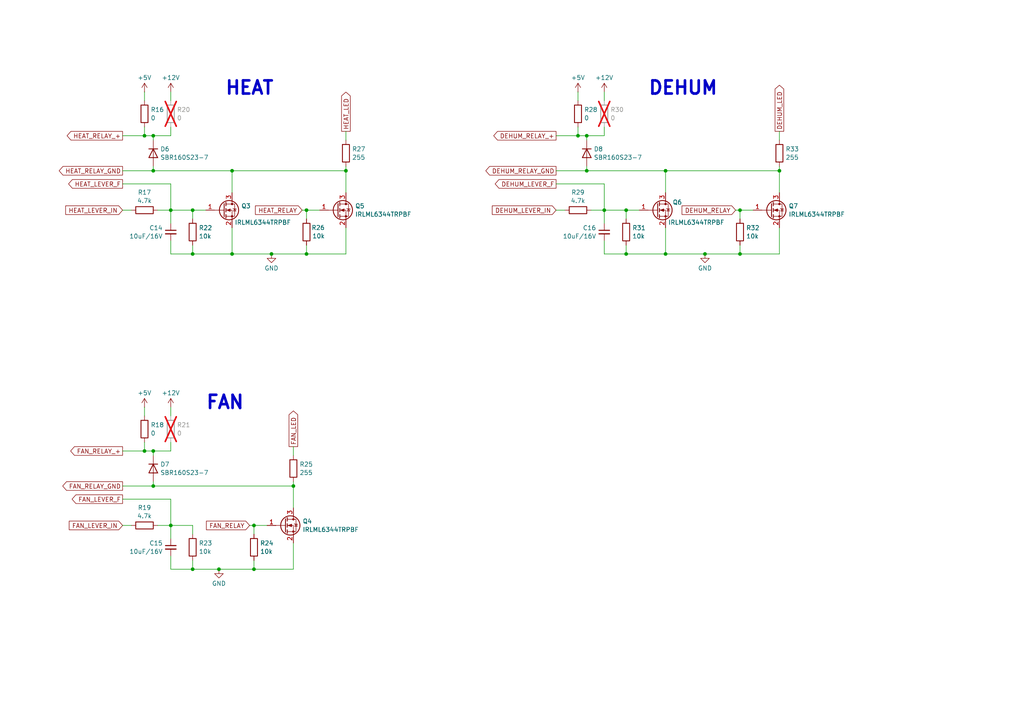
<source format=kicad_sch>
(kicad_sch
	(version 20231120)
	(generator "eeschema")
	(generator_version "8.0")
	(uuid "dedb9f94-7666-43ac-a7a4-35b409816d94")
	(paper "A4")
	(lib_symbols
		(symbol "Device:C_Small"
			(pin_numbers hide)
			(pin_names
				(offset 0.254) hide)
			(exclude_from_sim no)
			(in_bom yes)
			(on_board yes)
			(property "Reference" "C"
				(at 0.254 1.778 0)
				(effects
					(font
						(size 1.27 1.27)
					)
					(justify left)
				)
			)
			(property "Value" "C_Small"
				(at 0.254 -2.032 0)
				(effects
					(font
						(size 1.27 1.27)
					)
					(justify left)
				)
			)
			(property "Footprint" ""
				(at 0 0 0)
				(effects
					(font
						(size 1.27 1.27)
					)
					(hide yes)
				)
			)
			(property "Datasheet" "~"
				(at 0 0 0)
				(effects
					(font
						(size 1.27 1.27)
					)
					(hide yes)
				)
			)
			(property "Description" "Unpolarized capacitor, small symbol"
				(at 0 0 0)
				(effects
					(font
						(size 1.27 1.27)
					)
					(hide yes)
				)
			)
			(property "ki_keywords" "capacitor cap"
				(at 0 0 0)
				(effects
					(font
						(size 1.27 1.27)
					)
					(hide yes)
				)
			)
			(property "ki_fp_filters" "C_*"
				(at 0 0 0)
				(effects
					(font
						(size 1.27 1.27)
					)
					(hide yes)
				)
			)
			(symbol "C_Small_0_1"
				(polyline
					(pts
						(xy -1.524 -0.508) (xy 1.524 -0.508)
					)
					(stroke
						(width 0.3302)
						(type default)
					)
					(fill
						(type none)
					)
				)
				(polyline
					(pts
						(xy -1.524 0.508) (xy 1.524 0.508)
					)
					(stroke
						(width 0.3048)
						(type default)
					)
					(fill
						(type none)
					)
				)
			)
			(symbol "C_Small_1_1"
				(pin passive line
					(at 0 2.54 270)
					(length 2.032)
					(name "~"
						(effects
							(font
								(size 1.27 1.27)
							)
						)
					)
					(number "1"
						(effects
							(font
								(size 1.27 1.27)
							)
						)
					)
				)
				(pin passive line
					(at 0 -2.54 90)
					(length 2.032)
					(name "~"
						(effects
							(font
								(size 1.27 1.27)
							)
						)
					)
					(number "2"
						(effects
							(font
								(size 1.27 1.27)
							)
						)
					)
				)
			)
		)
		(symbol "Device:D"
			(pin_numbers hide)
			(pin_names
				(offset 1.016) hide)
			(exclude_from_sim no)
			(in_bom yes)
			(on_board yes)
			(property "Reference" "D"
				(at 0 2.54 0)
				(effects
					(font
						(size 1.27 1.27)
					)
				)
			)
			(property "Value" "D"
				(at 0 -2.54 0)
				(effects
					(font
						(size 1.27 1.27)
					)
				)
			)
			(property "Footprint" ""
				(at 0 0 0)
				(effects
					(font
						(size 1.27 1.27)
					)
					(hide yes)
				)
			)
			(property "Datasheet" "~"
				(at 0 0 0)
				(effects
					(font
						(size 1.27 1.27)
					)
					(hide yes)
				)
			)
			(property "Description" "Diode"
				(at 0 0 0)
				(effects
					(font
						(size 1.27 1.27)
					)
					(hide yes)
				)
			)
			(property "Sim.Device" "D"
				(at 0 0 0)
				(effects
					(font
						(size 1.27 1.27)
					)
					(hide yes)
				)
			)
			(property "Sim.Pins" "1=K 2=A"
				(at 0 0 0)
				(effects
					(font
						(size 1.27 1.27)
					)
					(hide yes)
				)
			)
			(property "ki_keywords" "diode"
				(at 0 0 0)
				(effects
					(font
						(size 1.27 1.27)
					)
					(hide yes)
				)
			)
			(property "ki_fp_filters" "TO-???* *_Diode_* *SingleDiode* D_*"
				(at 0 0 0)
				(effects
					(font
						(size 1.27 1.27)
					)
					(hide yes)
				)
			)
			(symbol "D_0_1"
				(polyline
					(pts
						(xy -1.27 1.27) (xy -1.27 -1.27)
					)
					(stroke
						(width 0.254)
						(type default)
					)
					(fill
						(type none)
					)
				)
				(polyline
					(pts
						(xy 1.27 0) (xy -1.27 0)
					)
					(stroke
						(width 0)
						(type default)
					)
					(fill
						(type none)
					)
				)
				(polyline
					(pts
						(xy 1.27 1.27) (xy 1.27 -1.27) (xy -1.27 0) (xy 1.27 1.27)
					)
					(stroke
						(width 0.254)
						(type default)
					)
					(fill
						(type none)
					)
				)
			)
			(symbol "D_1_1"
				(pin passive line
					(at -3.81 0 0)
					(length 2.54)
					(name "K"
						(effects
							(font
								(size 1.27 1.27)
							)
						)
					)
					(number "1"
						(effects
							(font
								(size 1.27 1.27)
							)
						)
					)
				)
				(pin passive line
					(at 3.81 0 180)
					(length 2.54)
					(name "A"
						(effects
							(font
								(size 1.27 1.27)
							)
						)
					)
					(number "2"
						(effects
							(font
								(size 1.27 1.27)
							)
						)
					)
				)
			)
		)
		(symbol "Device:R"
			(pin_numbers hide)
			(pin_names
				(offset 0)
			)
			(exclude_from_sim no)
			(in_bom yes)
			(on_board yes)
			(property "Reference" "R"
				(at 2.032 0 90)
				(effects
					(font
						(size 1.27 1.27)
					)
				)
			)
			(property "Value" "R"
				(at 0 0 90)
				(effects
					(font
						(size 1.27 1.27)
					)
				)
			)
			(property "Footprint" ""
				(at -1.778 0 90)
				(effects
					(font
						(size 1.27 1.27)
					)
					(hide yes)
				)
			)
			(property "Datasheet" "~"
				(at 0 0 0)
				(effects
					(font
						(size 1.27 1.27)
					)
					(hide yes)
				)
			)
			(property "Description" "Resistor"
				(at 0 0 0)
				(effects
					(font
						(size 1.27 1.27)
					)
					(hide yes)
				)
			)
			(property "ki_keywords" "R res resistor"
				(at 0 0 0)
				(effects
					(font
						(size 1.27 1.27)
					)
					(hide yes)
				)
			)
			(property "ki_fp_filters" "R_*"
				(at 0 0 0)
				(effects
					(font
						(size 1.27 1.27)
					)
					(hide yes)
				)
			)
			(symbol "R_0_1"
				(rectangle
					(start -1.016 -2.54)
					(end 1.016 2.54)
					(stroke
						(width 0.254)
						(type default)
					)
					(fill
						(type none)
					)
				)
			)
			(symbol "R_1_1"
				(pin passive line
					(at 0 3.81 270)
					(length 1.27)
					(name "~"
						(effects
							(font
								(size 1.27 1.27)
							)
						)
					)
					(number "1"
						(effects
							(font
								(size 1.27 1.27)
							)
						)
					)
				)
				(pin passive line
					(at 0 -3.81 90)
					(length 1.27)
					(name "~"
						(effects
							(font
								(size 1.27 1.27)
							)
						)
					)
					(number "2"
						(effects
							(font
								(size 1.27 1.27)
							)
						)
					)
				)
			)
		)
		(symbol "Transistor_FET:IRLML2060"
			(pin_names hide)
			(exclude_from_sim no)
			(in_bom yes)
			(on_board yes)
			(property "Reference" "Q"
				(at 5.08 1.905 0)
				(effects
					(font
						(size 1.27 1.27)
					)
					(justify left)
				)
			)
			(property "Value" "IRLML2060"
				(at 5.08 0 0)
				(effects
					(font
						(size 1.27 1.27)
					)
					(justify left)
				)
			)
			(property "Footprint" "Package_TO_SOT_SMD:SOT-23"
				(at 5.08 -1.905 0)
				(effects
					(font
						(size 1.27 1.27)
						(italic yes)
					)
					(justify left)
					(hide yes)
				)
			)
			(property "Datasheet" "https://www.infineon.com/dgdl/irlml2060pbf.pdf?fileId=5546d462533600a401535664b7fb25ee"
				(at 5.08 -3.81 0)
				(effects
					(font
						(size 1.27 1.27)
					)
					(justify left)
					(hide yes)
				)
			)
			(property "Description" "1.2A Id, 60V Vds, 480mOhm Rds, N-Channel HEXFET Power MOSFET, SOT-23"
				(at 0 0 0)
				(effects
					(font
						(size 1.27 1.27)
					)
					(hide yes)
				)
			)
			(property "ki_keywords" "N-Channel HEXFET MOSFET"
				(at 0 0 0)
				(effects
					(font
						(size 1.27 1.27)
					)
					(hide yes)
				)
			)
			(property "ki_fp_filters" "SOT?23*"
				(at 0 0 0)
				(effects
					(font
						(size 1.27 1.27)
					)
					(hide yes)
				)
			)
			(symbol "IRLML2060_0_1"
				(polyline
					(pts
						(xy 0.254 0) (xy -2.54 0)
					)
					(stroke
						(width 0)
						(type default)
					)
					(fill
						(type none)
					)
				)
				(polyline
					(pts
						(xy 0.254 1.905) (xy 0.254 -1.905)
					)
					(stroke
						(width 0.254)
						(type default)
					)
					(fill
						(type none)
					)
				)
				(polyline
					(pts
						(xy 0.762 -1.27) (xy 0.762 -2.286)
					)
					(stroke
						(width 0.254)
						(type default)
					)
					(fill
						(type none)
					)
				)
				(polyline
					(pts
						(xy 0.762 0.508) (xy 0.762 -0.508)
					)
					(stroke
						(width 0.254)
						(type default)
					)
					(fill
						(type none)
					)
				)
				(polyline
					(pts
						(xy 0.762 2.286) (xy 0.762 1.27)
					)
					(stroke
						(width 0.254)
						(type default)
					)
					(fill
						(type none)
					)
				)
				(polyline
					(pts
						(xy 2.54 2.54) (xy 2.54 1.778)
					)
					(stroke
						(width 0)
						(type default)
					)
					(fill
						(type none)
					)
				)
				(polyline
					(pts
						(xy 2.54 -2.54) (xy 2.54 0) (xy 0.762 0)
					)
					(stroke
						(width 0)
						(type default)
					)
					(fill
						(type none)
					)
				)
				(polyline
					(pts
						(xy 0.762 -1.778) (xy 3.302 -1.778) (xy 3.302 1.778) (xy 0.762 1.778)
					)
					(stroke
						(width 0)
						(type default)
					)
					(fill
						(type none)
					)
				)
				(polyline
					(pts
						(xy 1.016 0) (xy 2.032 0.381) (xy 2.032 -0.381) (xy 1.016 0)
					)
					(stroke
						(width 0)
						(type default)
					)
					(fill
						(type outline)
					)
				)
				(polyline
					(pts
						(xy 2.794 0.508) (xy 2.921 0.381) (xy 3.683 0.381) (xy 3.81 0.254)
					)
					(stroke
						(width 0)
						(type default)
					)
					(fill
						(type none)
					)
				)
				(polyline
					(pts
						(xy 3.302 0.381) (xy 2.921 -0.254) (xy 3.683 -0.254) (xy 3.302 0.381)
					)
					(stroke
						(width 0)
						(type default)
					)
					(fill
						(type none)
					)
				)
				(circle
					(center 1.651 0)
					(radius 2.794)
					(stroke
						(width 0.254)
						(type default)
					)
					(fill
						(type none)
					)
				)
				(circle
					(center 2.54 -1.778)
					(radius 0.254)
					(stroke
						(width 0)
						(type default)
					)
					(fill
						(type outline)
					)
				)
				(circle
					(center 2.54 1.778)
					(radius 0.254)
					(stroke
						(width 0)
						(type default)
					)
					(fill
						(type outline)
					)
				)
			)
			(symbol "IRLML2060_1_1"
				(pin input line
					(at -5.08 0 0)
					(length 2.54)
					(name "G"
						(effects
							(font
								(size 1.27 1.27)
							)
						)
					)
					(number "1"
						(effects
							(font
								(size 1.27 1.27)
							)
						)
					)
				)
				(pin passive line
					(at 2.54 -5.08 90)
					(length 2.54)
					(name "S"
						(effects
							(font
								(size 1.27 1.27)
							)
						)
					)
					(number "2"
						(effects
							(font
								(size 1.27 1.27)
							)
						)
					)
				)
				(pin passive line
					(at 2.54 5.08 270)
					(length 2.54)
					(name "D"
						(effects
							(font
								(size 1.27 1.27)
							)
						)
					)
					(number "3"
						(effects
							(font
								(size 1.27 1.27)
							)
						)
					)
				)
			)
		)
		(symbol "power:+12V"
			(power)
			(pin_numbers hide)
			(pin_names
				(offset 0) hide)
			(exclude_from_sim no)
			(in_bom yes)
			(on_board yes)
			(property "Reference" "#PWR"
				(at 0 -3.81 0)
				(effects
					(font
						(size 1.27 1.27)
					)
					(hide yes)
				)
			)
			(property "Value" "+12V"
				(at 0 3.556 0)
				(effects
					(font
						(size 1.27 1.27)
					)
				)
			)
			(property "Footprint" ""
				(at 0 0 0)
				(effects
					(font
						(size 1.27 1.27)
					)
					(hide yes)
				)
			)
			(property "Datasheet" ""
				(at 0 0 0)
				(effects
					(font
						(size 1.27 1.27)
					)
					(hide yes)
				)
			)
			(property "Description" "Power symbol creates a global label with name \"+12V\""
				(at 0 0 0)
				(effects
					(font
						(size 1.27 1.27)
					)
					(hide yes)
				)
			)
			(property "ki_keywords" "global power"
				(at 0 0 0)
				(effects
					(font
						(size 1.27 1.27)
					)
					(hide yes)
				)
			)
			(symbol "+12V_0_1"
				(polyline
					(pts
						(xy -0.762 1.27) (xy 0 2.54)
					)
					(stroke
						(width 0)
						(type default)
					)
					(fill
						(type none)
					)
				)
				(polyline
					(pts
						(xy 0 0) (xy 0 2.54)
					)
					(stroke
						(width 0)
						(type default)
					)
					(fill
						(type none)
					)
				)
				(polyline
					(pts
						(xy 0 2.54) (xy 0.762 1.27)
					)
					(stroke
						(width 0)
						(type default)
					)
					(fill
						(type none)
					)
				)
			)
			(symbol "+12V_1_1"
				(pin power_in line
					(at 0 0 90)
					(length 0)
					(name "~"
						(effects
							(font
								(size 1.27 1.27)
							)
						)
					)
					(number "1"
						(effects
							(font
								(size 1.27 1.27)
							)
						)
					)
				)
			)
		)
		(symbol "power:+5V"
			(power)
			(pin_numbers hide)
			(pin_names
				(offset 0) hide)
			(exclude_from_sim no)
			(in_bom yes)
			(on_board yes)
			(property "Reference" "#PWR"
				(at 0 -3.81 0)
				(effects
					(font
						(size 1.27 1.27)
					)
					(hide yes)
				)
			)
			(property "Value" "+5V"
				(at 0 3.556 0)
				(effects
					(font
						(size 1.27 1.27)
					)
				)
			)
			(property "Footprint" ""
				(at 0 0 0)
				(effects
					(font
						(size 1.27 1.27)
					)
					(hide yes)
				)
			)
			(property "Datasheet" ""
				(at 0 0 0)
				(effects
					(font
						(size 1.27 1.27)
					)
					(hide yes)
				)
			)
			(property "Description" "Power symbol creates a global label with name \"+5V\""
				(at 0 0 0)
				(effects
					(font
						(size 1.27 1.27)
					)
					(hide yes)
				)
			)
			(property "ki_keywords" "global power"
				(at 0 0 0)
				(effects
					(font
						(size 1.27 1.27)
					)
					(hide yes)
				)
			)
			(symbol "+5V_0_1"
				(polyline
					(pts
						(xy -0.762 1.27) (xy 0 2.54)
					)
					(stroke
						(width 0)
						(type default)
					)
					(fill
						(type none)
					)
				)
				(polyline
					(pts
						(xy 0 0) (xy 0 2.54)
					)
					(stroke
						(width 0)
						(type default)
					)
					(fill
						(type none)
					)
				)
				(polyline
					(pts
						(xy 0 2.54) (xy 0.762 1.27)
					)
					(stroke
						(width 0)
						(type default)
					)
					(fill
						(type none)
					)
				)
			)
			(symbol "+5V_1_1"
				(pin power_in line
					(at 0 0 90)
					(length 0)
					(name "~"
						(effects
							(font
								(size 1.27 1.27)
							)
						)
					)
					(number "1"
						(effects
							(font
								(size 1.27 1.27)
							)
						)
					)
				)
			)
		)
		(symbol "power:GND"
			(power)
			(pin_numbers hide)
			(pin_names
				(offset 0) hide)
			(exclude_from_sim no)
			(in_bom yes)
			(on_board yes)
			(property "Reference" "#PWR"
				(at 0 -6.35 0)
				(effects
					(font
						(size 1.27 1.27)
					)
					(hide yes)
				)
			)
			(property "Value" "GND"
				(at 0 -3.81 0)
				(effects
					(font
						(size 1.27 1.27)
					)
				)
			)
			(property "Footprint" ""
				(at 0 0 0)
				(effects
					(font
						(size 1.27 1.27)
					)
					(hide yes)
				)
			)
			(property "Datasheet" ""
				(at 0 0 0)
				(effects
					(font
						(size 1.27 1.27)
					)
					(hide yes)
				)
			)
			(property "Description" "Power symbol creates a global label with name \"GND\" , ground"
				(at 0 0 0)
				(effects
					(font
						(size 1.27 1.27)
					)
					(hide yes)
				)
			)
			(property "ki_keywords" "global power"
				(at 0 0 0)
				(effects
					(font
						(size 1.27 1.27)
					)
					(hide yes)
				)
			)
			(symbol "GND_0_1"
				(polyline
					(pts
						(xy 0 0) (xy 0 -1.27) (xy 1.27 -1.27) (xy 0 -2.54) (xy -1.27 -1.27) (xy 0 -1.27)
					)
					(stroke
						(width 0)
						(type default)
					)
					(fill
						(type none)
					)
				)
			)
			(symbol "GND_1_1"
				(pin power_in line
					(at 0 0 270)
					(length 0)
					(name "~"
						(effects
							(font
								(size 1.27 1.27)
							)
						)
					)
					(number "1"
						(effects
							(font
								(size 1.27 1.27)
							)
						)
					)
				)
			)
		)
	)
	(junction
		(at 226.06 49.53)
		(diameter 0)
		(color 0 0 0 0)
		(uuid "0376128b-e17b-4b92-b118-ef05e16ab7f8")
	)
	(junction
		(at 170.18 49.53)
		(diameter 0)
		(color 0 0 0 0)
		(uuid "044f994d-7018-45a3-a3ef-0f75d0ab7199")
	)
	(junction
		(at 193.04 49.53)
		(diameter 0)
		(color 0 0 0 0)
		(uuid "1fdcb89c-f6ef-40d4-9585-66b1d85dc0e8")
	)
	(junction
		(at 167.64 39.37)
		(diameter 0)
		(color 0 0 0 0)
		(uuid "23e27829-494e-4828-b894-0c0e06b9b120")
	)
	(junction
		(at 214.63 60.96)
		(diameter 0)
		(color 0 0 0 0)
		(uuid "2e00815f-519e-4217-934d-87177d3660db")
	)
	(junction
		(at 78.74 73.66)
		(diameter 0)
		(color 0 0 0 0)
		(uuid "3044038b-254d-4aa5-b30f-54d385f74f84")
	)
	(junction
		(at 170.18 39.37)
		(diameter 0)
		(color 0 0 0 0)
		(uuid "3767db8c-502c-4999-82ff-aa9fb9c78cfb")
	)
	(junction
		(at 181.61 60.96)
		(diameter 0)
		(color 0 0 0 0)
		(uuid "4251095a-a6e6-42eb-9cee-960a510be18a")
	)
	(junction
		(at 204.47 73.66)
		(diameter 0)
		(color 0 0 0 0)
		(uuid "4b1f804a-a8ba-4fe9-a0d0-e3ed71b1b875")
	)
	(junction
		(at 41.91 39.37)
		(diameter 0)
		(color 0 0 0 0)
		(uuid "4d8f89a6-d97a-4b16-9f23-4b7f199d47a1")
	)
	(junction
		(at 88.9 73.66)
		(diameter 0)
		(color 0 0 0 0)
		(uuid "532e0f3e-d514-4892-94b3-777ad82f6008")
	)
	(junction
		(at 73.66 165.1)
		(diameter 0)
		(color 0 0 0 0)
		(uuid "581cd420-a94f-4f38-8c33-bec2b44f6811")
	)
	(junction
		(at 44.45 39.37)
		(diameter 0)
		(color 0 0 0 0)
		(uuid "5f4c5228-a3c4-4991-9297-85adff0bef58")
	)
	(junction
		(at 175.26 60.96)
		(diameter 0)
		(color 0 0 0 0)
		(uuid "6d88e49f-db5f-4667-87e3-e99b046cba91")
	)
	(junction
		(at 181.61 73.66)
		(diameter 0)
		(color 0 0 0 0)
		(uuid "70979b66-99ab-4147-ae61-5dc96b9dd4f2")
	)
	(junction
		(at 193.04 73.66)
		(diameter 0)
		(color 0 0 0 0)
		(uuid "7aec44a9-f3b9-4e72-a978-e4f952b35d93")
	)
	(junction
		(at 41.91 130.81)
		(diameter 0)
		(color 0 0 0 0)
		(uuid "86162f45-2b27-4dad-8652-6a51d199a36b")
	)
	(junction
		(at 67.31 73.66)
		(diameter 0)
		(color 0 0 0 0)
		(uuid "9b6bdf9c-7464-4514-bc97-c282030cc756")
	)
	(junction
		(at 55.88 165.1)
		(diameter 0)
		(color 0 0 0 0)
		(uuid "bcfd98e1-304d-4f9d-af5e-d656cdda83fc")
	)
	(junction
		(at 214.63 73.66)
		(diameter 0)
		(color 0 0 0 0)
		(uuid "c01b9707-f093-451b-aef8-feba22bf54d4")
	)
	(junction
		(at 49.53 60.96)
		(diameter 0)
		(color 0 0 0 0)
		(uuid "c1dc7d70-89d0-4be8-9317-e49458747716")
	)
	(junction
		(at 49.53 152.4)
		(diameter 0)
		(color 0 0 0 0)
		(uuid "cfe39ec4-8b91-4edb-ae1f-067f65c88eca")
	)
	(junction
		(at 44.45 49.53)
		(diameter 0)
		(color 0 0 0 0)
		(uuid "d0be9e9a-3ffd-4638-a02b-b13289b9c074")
	)
	(junction
		(at 100.33 49.53)
		(diameter 0)
		(color 0 0 0 0)
		(uuid "d35c4c97-4c78-40e3-bb6b-94d0b3a747ed")
	)
	(junction
		(at 88.9 60.96)
		(diameter 0)
		(color 0 0 0 0)
		(uuid "d4b01c11-d717-4a4e-95a0-0a5be085462f")
	)
	(junction
		(at 44.45 130.81)
		(diameter 0)
		(color 0 0 0 0)
		(uuid "d95f6351-5822-47ee-99dd-8eceacc68446")
	)
	(junction
		(at 67.31 49.53)
		(diameter 0)
		(color 0 0 0 0)
		(uuid "dc0d974c-4d69-49ca-b133-ea47a33a3c32")
	)
	(junction
		(at 73.66 152.4)
		(diameter 0)
		(color 0 0 0 0)
		(uuid "dd3e2519-b114-4d03-ada3-b0e97854cd9a")
	)
	(junction
		(at 63.5 165.1)
		(diameter 0)
		(color 0 0 0 0)
		(uuid "eb4edad6-377a-45b7-8b29-56a59f56ef31")
	)
	(junction
		(at 55.88 73.66)
		(diameter 0)
		(color 0 0 0 0)
		(uuid "eb80c9a5-49d0-4257-b204-0f3d782c936f")
	)
	(junction
		(at 55.88 60.96)
		(diameter 0)
		(color 0 0 0 0)
		(uuid "ec09b1c8-b4d3-4089-96bd-07527af9aba4")
	)
	(junction
		(at 44.45 140.97)
		(diameter 0)
		(color 0 0 0 0)
		(uuid "f38426fc-a877-4788-ab29-a3e1e2427a23")
	)
	(junction
		(at 85.09 140.97)
		(diameter 0)
		(color 0 0 0 0)
		(uuid "fd53a3cd-4f41-4f15-b2dc-dbb82e1e5f21")
	)
	(wire
		(pts
			(xy 49.53 73.66) (xy 55.88 73.66)
		)
		(stroke
			(width 0)
			(type default)
		)
		(uuid "02ba3b58-53b9-4fac-8761-35ea62c895eb")
	)
	(wire
		(pts
			(xy 214.63 60.96) (xy 214.63 63.5)
		)
		(stroke
			(width 0)
			(type default)
		)
		(uuid "03d3f96c-d549-4129-8490-fca6a08657cb")
	)
	(wire
		(pts
			(xy 67.31 49.53) (xy 100.33 49.53)
		)
		(stroke
			(width 0)
			(type default)
		)
		(uuid "096b8541-9502-489f-b94a-f73f0dc81ff6")
	)
	(wire
		(pts
			(xy 49.53 165.1) (xy 55.88 165.1)
		)
		(stroke
			(width 0)
			(type default)
		)
		(uuid "0bac799e-b9f8-46af-90e1-c8cae86445e8")
	)
	(wire
		(pts
			(xy 88.9 60.96) (xy 88.9 63.5)
		)
		(stroke
			(width 0)
			(type default)
		)
		(uuid "0cf8aa35-88c1-4614-9278-b5557cacfb20")
	)
	(wire
		(pts
			(xy 226.06 38.1) (xy 226.06 40.64)
		)
		(stroke
			(width 0)
			(type default)
		)
		(uuid "115d56fd-4d00-47eb-8a58-c5a97bf98b92")
	)
	(wire
		(pts
			(xy 45.72 152.4) (xy 49.53 152.4)
		)
		(stroke
			(width 0)
			(type default)
		)
		(uuid "146cc5b1-7f7e-4053-8e75-f9767830a5cb")
	)
	(wire
		(pts
			(xy 161.29 49.53) (xy 170.18 49.53)
		)
		(stroke
			(width 0)
			(type default)
		)
		(uuid "1a09bf36-d0ab-47d5-9fb7-a1a5e77f1516")
	)
	(wire
		(pts
			(xy 193.04 49.53) (xy 226.06 49.53)
		)
		(stroke
			(width 0)
			(type default)
		)
		(uuid "1b02ac95-7a84-4dae-bf7b-33d89dcb2d13")
	)
	(wire
		(pts
			(xy 85.09 165.1) (xy 73.66 165.1)
		)
		(stroke
			(width 0)
			(type default)
		)
		(uuid "1b02eaa5-083e-4cae-9829-1b11b31ee1b2")
	)
	(wire
		(pts
			(xy 35.56 53.34) (xy 49.53 53.34)
		)
		(stroke
			(width 0)
			(type default)
		)
		(uuid "1c8e5a91-32ca-4836-9acc-41b2cb0a8e03")
	)
	(wire
		(pts
			(xy 181.61 60.96) (xy 181.61 63.5)
		)
		(stroke
			(width 0)
			(type default)
		)
		(uuid "1d023369-41ac-480f-b634-d2671d5d2a2e")
	)
	(wire
		(pts
			(xy 193.04 73.66) (xy 204.47 73.66)
		)
		(stroke
			(width 0)
			(type default)
		)
		(uuid "1f20f64d-d2dc-43e9-8156-2ab9a2519c28")
	)
	(wire
		(pts
			(xy 100.33 73.66) (xy 88.9 73.66)
		)
		(stroke
			(width 0)
			(type default)
		)
		(uuid "202c0423-1511-4e13-9560-71dde6387c55")
	)
	(wire
		(pts
			(xy 175.26 36.83) (xy 175.26 39.37)
		)
		(stroke
			(width 0)
			(type default)
		)
		(uuid "270b0197-f74f-48b3-82d4-3e1e2b3fe1ea")
	)
	(wire
		(pts
			(xy 226.06 66.04) (xy 226.06 73.66)
		)
		(stroke
			(width 0)
			(type default)
		)
		(uuid "2a494466-a146-492b-8e75-772f4a72c76f")
	)
	(wire
		(pts
			(xy 35.56 60.96) (xy 38.1 60.96)
		)
		(stroke
			(width 0)
			(type default)
		)
		(uuid "2d1c8e0a-4030-4556-8a90-3c150b6a67de")
	)
	(wire
		(pts
			(xy 49.53 39.37) (xy 44.45 39.37)
		)
		(stroke
			(width 0)
			(type default)
		)
		(uuid "2d7ea47f-dff3-44df-abf7-5fe4b27f2e12")
	)
	(wire
		(pts
			(xy 45.72 60.96) (xy 49.53 60.96)
		)
		(stroke
			(width 0)
			(type default)
		)
		(uuid "2e507b04-78f3-4133-bc7a-2616d65c26da")
	)
	(wire
		(pts
			(xy 175.26 39.37) (xy 170.18 39.37)
		)
		(stroke
			(width 0)
			(type default)
		)
		(uuid "2ee5238e-d21e-4e5a-8ae8-013a39281ba8")
	)
	(wire
		(pts
			(xy 167.64 39.37) (xy 161.29 39.37)
		)
		(stroke
			(width 0)
			(type default)
		)
		(uuid "34082594-3835-4e20-8ae7-bd7010a08127")
	)
	(wire
		(pts
			(xy 193.04 66.04) (xy 193.04 73.66)
		)
		(stroke
			(width 0)
			(type default)
		)
		(uuid "35ab0468-176c-4164-b019-43004b5d76ca")
	)
	(wire
		(pts
			(xy 170.18 40.64) (xy 170.18 39.37)
		)
		(stroke
			(width 0)
			(type default)
		)
		(uuid "3ab5614c-bc38-4c41-a60c-87e33513740f")
	)
	(wire
		(pts
			(xy 170.18 48.26) (xy 170.18 49.53)
		)
		(stroke
			(width 0)
			(type default)
		)
		(uuid "3b4a30f7-e8bd-427a-8c6a-34a67115cd18")
	)
	(wire
		(pts
			(xy 55.88 152.4) (xy 55.88 154.94)
		)
		(stroke
			(width 0)
			(type default)
		)
		(uuid "3e34e350-5361-43dc-b2a7-b1cdab89e12e")
	)
	(wire
		(pts
			(xy 170.18 49.53) (xy 193.04 49.53)
		)
		(stroke
			(width 0)
			(type default)
		)
		(uuid "3e42de5d-9e61-48e0-aeb0-7e857ff9c599")
	)
	(wire
		(pts
			(xy 193.04 55.88) (xy 193.04 49.53)
		)
		(stroke
			(width 0)
			(type default)
		)
		(uuid "40a0d2ed-368c-4d3c-afef-c745725c4cea")
	)
	(wire
		(pts
			(xy 49.53 130.81) (xy 44.45 130.81)
		)
		(stroke
			(width 0)
			(type default)
		)
		(uuid "44a78d11-75af-4a35-8179-ece3eae51e5e")
	)
	(wire
		(pts
			(xy 41.91 128.27) (xy 41.91 130.81)
		)
		(stroke
			(width 0)
			(type default)
		)
		(uuid "4bceefd4-610c-4500-9b9d-139e58e45124")
	)
	(wire
		(pts
			(xy 49.53 128.27) (xy 49.53 130.81)
		)
		(stroke
			(width 0)
			(type default)
		)
		(uuid "4e440f87-6778-4761-bfd0-c320cfa6b3a2")
	)
	(wire
		(pts
			(xy 85.09 129.54) (xy 85.09 132.08)
		)
		(stroke
			(width 0)
			(type default)
		)
		(uuid "4f000efa-4a3d-41bd-a5a3-8a62f08a1587")
	)
	(wire
		(pts
			(xy 67.31 55.88) (xy 67.31 49.53)
		)
		(stroke
			(width 0)
			(type default)
		)
		(uuid "4f74ad15-55d8-4be8-9ce3-e2699ccb496c")
	)
	(wire
		(pts
			(xy 214.63 60.96) (xy 218.44 60.96)
		)
		(stroke
			(width 0)
			(type default)
		)
		(uuid "5096c8ae-b520-4ab6-8236-3c614defd217")
	)
	(wire
		(pts
			(xy 41.91 118.11) (xy 41.91 120.65)
		)
		(stroke
			(width 0)
			(type default)
		)
		(uuid "5225e5dc-77ef-47f5-bf69-58f2010c7a95")
	)
	(wire
		(pts
			(xy 226.06 48.26) (xy 226.06 49.53)
		)
		(stroke
			(width 0)
			(type default)
		)
		(uuid "55b4876c-47b2-4f91-a8aa-5af01ef0e905")
	)
	(wire
		(pts
			(xy 44.45 39.37) (xy 41.91 39.37)
		)
		(stroke
			(width 0)
			(type default)
		)
		(uuid "56737f01-ebcf-45d6-b9d7-e39fb3324768")
	)
	(wire
		(pts
			(xy 49.53 69.85) (xy 49.53 73.66)
		)
		(stroke
			(width 0)
			(type default)
		)
		(uuid "5d8227f3-cedd-42b8-b9f5-971f1aa2b0c9")
	)
	(wire
		(pts
			(xy 161.29 53.34) (xy 175.26 53.34)
		)
		(stroke
			(width 0)
			(type default)
		)
		(uuid "616d30ce-e2b8-43a9-a8b9-6a1394b4ba98")
	)
	(wire
		(pts
			(xy 49.53 60.96) (xy 55.88 60.96)
		)
		(stroke
			(width 0)
			(type default)
		)
		(uuid "61adca1c-0e02-45c1-ae20-33688bdc67b4")
	)
	(wire
		(pts
			(xy 72.39 152.4) (xy 73.66 152.4)
		)
		(stroke
			(width 0)
			(type default)
		)
		(uuid "62a3ce18-d402-4af7-9028-f5dd72bd5093")
	)
	(wire
		(pts
			(xy 49.53 118.11) (xy 49.53 120.65)
		)
		(stroke
			(width 0)
			(type default)
		)
		(uuid "65bfd146-19b0-4771-8a5b-06e3a7ff27a5")
	)
	(wire
		(pts
			(xy 55.88 165.1) (xy 63.5 165.1)
		)
		(stroke
			(width 0)
			(type default)
		)
		(uuid "65e05473-621e-4443-9063-3b5284e8c5ad")
	)
	(wire
		(pts
			(xy 100.33 66.04) (xy 100.33 73.66)
		)
		(stroke
			(width 0)
			(type default)
		)
		(uuid "66a69c98-f1d2-40b2-a006-b06b46fcd67c")
	)
	(wire
		(pts
			(xy 73.66 162.56) (xy 73.66 165.1)
		)
		(stroke
			(width 0)
			(type default)
		)
		(uuid "6d07b4bd-7786-4cf5-b710-ced99ab88fbc")
	)
	(wire
		(pts
			(xy 35.56 144.78) (xy 49.53 144.78)
		)
		(stroke
			(width 0)
			(type default)
		)
		(uuid "6e5a5cf0-c5b1-436c-8a3b-4404194bc70f")
	)
	(wire
		(pts
			(xy 44.45 130.81) (xy 41.91 130.81)
		)
		(stroke
			(width 0)
			(type default)
		)
		(uuid "6f8b58e1-7dab-4fb6-a039-9794341ed2d8")
	)
	(wire
		(pts
			(xy 181.61 73.66) (xy 193.04 73.66)
		)
		(stroke
			(width 0)
			(type default)
		)
		(uuid "705445c9-287f-44b0-8080-a1356153ce22")
	)
	(wire
		(pts
			(xy 49.53 60.96) (xy 49.53 64.77)
		)
		(stroke
			(width 0)
			(type default)
		)
		(uuid "705728d4-7af2-466a-a1e6-d7e52f6ccead")
	)
	(wire
		(pts
			(xy 44.45 139.7) (xy 44.45 140.97)
		)
		(stroke
			(width 0)
			(type default)
		)
		(uuid "756b0ad5-4ec9-468d-80bc-0f175aa0cd18")
	)
	(wire
		(pts
			(xy 49.53 152.4) (xy 49.53 144.78)
		)
		(stroke
			(width 0)
			(type default)
		)
		(uuid "7740611b-0662-48cf-afa8-ef10115df15a")
	)
	(wire
		(pts
			(xy 35.56 152.4) (xy 38.1 152.4)
		)
		(stroke
			(width 0)
			(type default)
		)
		(uuid "83765f0d-1c68-4925-aecb-8927d24fc8d4")
	)
	(wire
		(pts
			(xy 175.26 26.67) (xy 175.26 29.21)
		)
		(stroke
			(width 0)
			(type default)
		)
		(uuid "84948b48-6845-404b-9683-7ff45ef279bb")
	)
	(wire
		(pts
			(xy 73.66 165.1) (xy 63.5 165.1)
		)
		(stroke
			(width 0)
			(type default)
		)
		(uuid "84bdf2b6-097b-40ab-9610-f2a656cda76f")
	)
	(wire
		(pts
			(xy 41.91 130.81) (xy 35.56 130.81)
		)
		(stroke
			(width 0)
			(type default)
		)
		(uuid "8905c8f2-3c6d-4119-a8d2-62a6e21b088d")
	)
	(wire
		(pts
			(xy 175.26 60.96) (xy 175.26 64.77)
		)
		(stroke
			(width 0)
			(type default)
		)
		(uuid "8bb45294-9569-4f43-a07a-e2ab25090caa")
	)
	(wire
		(pts
			(xy 214.63 71.12) (xy 214.63 73.66)
		)
		(stroke
			(width 0)
			(type default)
		)
		(uuid "8be1c3bd-5078-49cc-8804-fa6a186645f4")
	)
	(wire
		(pts
			(xy 100.33 48.26) (xy 100.33 49.53)
		)
		(stroke
			(width 0)
			(type default)
		)
		(uuid "9211a4db-88f4-4655-9c92-425e48ce693d")
	)
	(wire
		(pts
			(xy 35.56 49.53) (xy 44.45 49.53)
		)
		(stroke
			(width 0)
			(type default)
		)
		(uuid "93a4e7a5-d7b4-402b-ab30-00912fad7ecb")
	)
	(wire
		(pts
			(xy 41.91 26.67) (xy 41.91 29.21)
		)
		(stroke
			(width 0)
			(type default)
		)
		(uuid "95087606-6b51-4a52-a8e6-8b2fd9d7e381")
	)
	(wire
		(pts
			(xy 175.26 73.66) (xy 181.61 73.66)
		)
		(stroke
			(width 0)
			(type default)
		)
		(uuid "9590e7ed-71d1-491f-b31d-6b572e8de3d9")
	)
	(wire
		(pts
			(xy 87.63 60.96) (xy 88.9 60.96)
		)
		(stroke
			(width 0)
			(type default)
		)
		(uuid "986558d2-0cc9-4f90-acf7-9a0946cc4621")
	)
	(wire
		(pts
			(xy 226.06 73.66) (xy 214.63 73.66)
		)
		(stroke
			(width 0)
			(type default)
		)
		(uuid "997ce1f8-5cc2-47df-9bff-0c42e9230cfd")
	)
	(wire
		(pts
			(xy 73.66 152.4) (xy 73.66 154.94)
		)
		(stroke
			(width 0)
			(type default)
		)
		(uuid "a02558c7-8f3a-4176-bd8b-b2e474fa8295")
	)
	(wire
		(pts
			(xy 41.91 36.83) (xy 41.91 39.37)
		)
		(stroke
			(width 0)
			(type default)
		)
		(uuid "a4d964e8-67b3-448f-b89d-f0274a00aa26")
	)
	(wire
		(pts
			(xy 88.9 60.96) (xy 92.71 60.96)
		)
		(stroke
			(width 0)
			(type default)
		)
		(uuid "a8858e5e-c071-4514-b279-9f8d5de589f4")
	)
	(wire
		(pts
			(xy 181.61 71.12) (xy 181.61 73.66)
		)
		(stroke
			(width 0)
			(type default)
		)
		(uuid "a8bc3e0d-6909-4e1e-b571-b63aabbd7a7b")
	)
	(wire
		(pts
			(xy 181.61 60.96) (xy 185.42 60.96)
		)
		(stroke
			(width 0)
			(type default)
		)
		(uuid "ac8758be-9f07-461c-8269-ff7d26493618")
	)
	(wire
		(pts
			(xy 161.29 60.96) (xy 163.83 60.96)
		)
		(stroke
			(width 0)
			(type default)
		)
		(uuid "ad81ed48-c174-459a-8d1d-3dc832e9353b")
	)
	(wire
		(pts
			(xy 88.9 73.66) (xy 78.74 73.66)
		)
		(stroke
			(width 0)
			(type default)
		)
		(uuid "b03e36ef-87c9-4001-a5d0-1331528c1417")
	)
	(wire
		(pts
			(xy 49.53 152.4) (xy 49.53 156.21)
		)
		(stroke
			(width 0)
			(type default)
		)
		(uuid "b0ce9234-315f-4a82-a861-56a00ac57811")
	)
	(wire
		(pts
			(xy 55.88 60.96) (xy 55.88 63.5)
		)
		(stroke
			(width 0)
			(type default)
		)
		(uuid "b371db5a-a173-4751-ac2b-64ad52f8799b")
	)
	(wire
		(pts
			(xy 44.45 48.26) (xy 44.45 49.53)
		)
		(stroke
			(width 0)
			(type default)
		)
		(uuid "b7b8ebc2-9b19-4a4c-a045-e7705d35e8d4")
	)
	(wire
		(pts
			(xy 85.09 157.48) (xy 85.09 165.1)
		)
		(stroke
			(width 0)
			(type default)
		)
		(uuid "ba5f4e9e-7422-4907-98f1-0fc9168e841c")
	)
	(wire
		(pts
			(xy 49.53 36.83) (xy 49.53 39.37)
		)
		(stroke
			(width 0)
			(type default)
		)
		(uuid "ba66c370-c9fe-4510-a075-331c2f260e43")
	)
	(wire
		(pts
			(xy 67.31 66.04) (xy 67.31 73.66)
		)
		(stroke
			(width 0)
			(type default)
		)
		(uuid "bb4bfa14-3751-4223-807b-d14a67cb6669")
	)
	(wire
		(pts
			(xy 100.33 49.53) (xy 100.33 55.88)
		)
		(stroke
			(width 0)
			(type default)
		)
		(uuid "bfe12f13-02aa-4c7a-87d5-c788ba8b9a1a")
	)
	(wire
		(pts
			(xy 44.45 140.97) (xy 85.09 140.97)
		)
		(stroke
			(width 0)
			(type default)
		)
		(uuid "c1aca204-23c0-4d8d-97a9-c097215ed8ac")
	)
	(wire
		(pts
			(xy 170.18 39.37) (xy 167.64 39.37)
		)
		(stroke
			(width 0)
			(type default)
		)
		(uuid "c5ca3507-f9a2-4cf8-b66b-1883afb12066")
	)
	(wire
		(pts
			(xy 167.64 26.67) (xy 167.64 29.21)
		)
		(stroke
			(width 0)
			(type default)
		)
		(uuid "c72828a9-a9a7-4676-9e3c-1302b8a4489d")
	)
	(wire
		(pts
			(xy 214.63 73.66) (xy 204.47 73.66)
		)
		(stroke
			(width 0)
			(type default)
		)
		(uuid "c7fb2db7-a005-40f5-8e17-047a1dd52909")
	)
	(wire
		(pts
			(xy 226.06 49.53) (xy 226.06 55.88)
		)
		(stroke
			(width 0)
			(type default)
		)
		(uuid "c8b4c81f-2870-4d4e-888a-0bd936bd25ba")
	)
	(wire
		(pts
			(xy 55.88 73.66) (xy 67.31 73.66)
		)
		(stroke
			(width 0)
			(type default)
		)
		(uuid "ca226d0a-f74a-40fc-9a09-f0c20763a4aa")
	)
	(wire
		(pts
			(xy 44.45 132.08) (xy 44.45 130.81)
		)
		(stroke
			(width 0)
			(type default)
		)
		(uuid "d217e0e5-fe5f-4f34-b978-919c780ccacb")
	)
	(wire
		(pts
			(xy 44.45 49.53) (xy 67.31 49.53)
		)
		(stroke
			(width 0)
			(type default)
		)
		(uuid "d5e48ad4-76bf-4449-8e9f-b0e5b677296e")
	)
	(wire
		(pts
			(xy 55.88 162.56) (xy 55.88 165.1)
		)
		(stroke
			(width 0)
			(type default)
		)
		(uuid "d7a92d3d-0dd0-4786-b2fd-28d0bd04cac0")
	)
	(wire
		(pts
			(xy 171.45 60.96) (xy 175.26 60.96)
		)
		(stroke
			(width 0)
			(type default)
		)
		(uuid "d9970e45-286c-4848-b4eb-b1f2a138560f")
	)
	(wire
		(pts
			(xy 49.53 60.96) (xy 49.53 53.34)
		)
		(stroke
			(width 0)
			(type default)
		)
		(uuid "dcf42cd9-a4f3-4ca1-ae5a-9d4a997f2e18")
	)
	(wire
		(pts
			(xy 175.26 60.96) (xy 181.61 60.96)
		)
		(stroke
			(width 0)
			(type default)
		)
		(uuid "dec6fbff-a041-4a0b-a48b-d2ff6bf9aadd")
	)
	(wire
		(pts
			(xy 88.9 71.12) (xy 88.9 73.66)
		)
		(stroke
			(width 0)
			(type default)
		)
		(uuid "e144a14b-6904-4ab0-b5d6-b2b90956c0f5")
	)
	(wire
		(pts
			(xy 167.64 36.83) (xy 167.64 39.37)
		)
		(stroke
			(width 0)
			(type default)
		)
		(uuid "e259fdba-9f25-403e-b859-400f3bd6b0c2")
	)
	(wire
		(pts
			(xy 49.53 161.29) (xy 49.53 165.1)
		)
		(stroke
			(width 0)
			(type default)
		)
		(uuid "e5f65edf-458f-473d-8b3a-1ca87e1d11e5")
	)
	(wire
		(pts
			(xy 85.09 140.97) (xy 85.09 147.32)
		)
		(stroke
			(width 0)
			(type default)
		)
		(uuid "e93c14c0-aa99-4654-9333-026c8dd27324")
	)
	(wire
		(pts
			(xy 85.09 139.7) (xy 85.09 140.97)
		)
		(stroke
			(width 0)
			(type default)
		)
		(uuid "ec8b6c36-a435-43fb-8d94-21ebf0463708")
	)
	(wire
		(pts
			(xy 49.53 152.4) (xy 55.88 152.4)
		)
		(stroke
			(width 0)
			(type default)
		)
		(uuid "ecee6517-5465-4efa-a384-6e00157d851e")
	)
	(wire
		(pts
			(xy 55.88 60.96) (xy 59.69 60.96)
		)
		(stroke
			(width 0)
			(type default)
		)
		(uuid "ee2754f7-5011-4be2-b625-c01c668558f0")
	)
	(wire
		(pts
			(xy 100.33 38.1) (xy 100.33 40.64)
		)
		(stroke
			(width 0)
			(type default)
		)
		(uuid "ef50a61c-b4d7-4734-9448-13206541e5cb")
	)
	(wire
		(pts
			(xy 67.31 73.66) (xy 78.74 73.66)
		)
		(stroke
			(width 0)
			(type default)
		)
		(uuid "f1925638-68c0-4a92-9c95-2926420b28e4")
	)
	(wire
		(pts
			(xy 73.66 152.4) (xy 77.47 152.4)
		)
		(stroke
			(width 0)
			(type default)
		)
		(uuid "f1d01901-38b4-46a4-94bf-5285844a8076")
	)
	(wire
		(pts
			(xy 175.26 69.85) (xy 175.26 73.66)
		)
		(stroke
			(width 0)
			(type default)
		)
		(uuid "f208e59c-52c1-4ac8-917e-e9c701150100")
	)
	(wire
		(pts
			(xy 35.56 140.97) (xy 44.45 140.97)
		)
		(stroke
			(width 0)
			(type default)
		)
		(uuid "f2899713-dca3-47e1-b643-1c21d74ebf7b")
	)
	(wire
		(pts
			(xy 175.26 60.96) (xy 175.26 53.34)
		)
		(stroke
			(width 0)
			(type default)
		)
		(uuid "f2f24df3-f307-40a8-ac98-1c876787bf62")
	)
	(wire
		(pts
			(xy 55.88 71.12) (xy 55.88 73.66)
		)
		(stroke
			(width 0)
			(type default)
		)
		(uuid "f2f9a1a9-981f-4cfd-9700-eaa66359f8be")
	)
	(wire
		(pts
			(xy 44.45 40.64) (xy 44.45 39.37)
		)
		(stroke
			(width 0)
			(type default)
		)
		(uuid "faf9746a-2183-4185-9b1c-23c2f388cdb1")
	)
	(wire
		(pts
			(xy 213.36 60.96) (xy 214.63 60.96)
		)
		(stroke
			(width 0)
			(type default)
		)
		(uuid "fc7b23c0-f61e-4117-b9fe-ebe256a77639")
	)
	(wire
		(pts
			(xy 49.53 26.67) (xy 49.53 29.21)
		)
		(stroke
			(width 0)
			(type default)
		)
		(uuid "fd62ff50-d54e-4ce0-a744-7118c813034d")
	)
	(wire
		(pts
			(xy 41.91 39.37) (xy 35.56 39.37)
		)
		(stroke
			(width 0)
			(type default)
		)
		(uuid "ffc24795-6160-409a-9204-389b0a7613f7")
	)
	(text "FAN"
		(exclude_from_sim no)
		(at 65.278 116.84 0)
		(effects
			(font
				(size 3.81 3.81)
				(thickness 0.762)
				(bold yes)
			)
		)
		(uuid "63edc84d-a6a0-49d3-8490-79d2738e6817")
	)
	(text "HEAT"
		(exclude_from_sim no)
		(at 72.39 25.654 0)
		(effects
			(font
				(size 3.81 3.81)
				(thickness 0.762)
				(bold yes)
			)
		)
		(uuid "83bd2ecc-5e9a-434b-87ef-8319e424d702")
	)
	(text "DEHUM"
		(exclude_from_sim no)
		(at 198.12 25.654 0)
		(effects
			(font
				(size 3.81 3.81)
				(thickness 0.762)
				(bold yes)
			)
		)
		(uuid "fda3ac56-8909-4e9b-9662-c0fee3d89a3d")
	)
	(global_label "DEHUM_LEVER_F"
		(shape output)
		(at 161.29 53.34 180)
		(fields_autoplaced yes)
		(effects
			(font
				(size 1.27 1.27)
			)
			(justify right)
		)
		(uuid "031db1b9-e8f0-44fd-acd7-2d2c6b64e0ca")
		(property "Intersheetrefs" "${INTERSHEET_REFS}"
			(at 145.0606 53.34 0)
			(effects
				(font
					(size 1.27 1.27)
				)
				(justify right)
				(hide yes)
			)
		)
	)
	(global_label "DEHUM_LEVER_IN"
		(shape input)
		(at 161.29 60.96 180)
		(fields_autoplaced yes)
		(effects
			(font
				(size 1.27 1.27)
			)
			(justify right)
		)
		(uuid "18454b0d-588d-4c58-9f1d-09cde0104301")
		(property "Intersheetrefs" "${INTERSHEET_REFS}"
			(at 144.2139 60.96 0)
			(effects
				(font
					(size 1.27 1.27)
				)
				(justify right)
				(hide yes)
			)
		)
	)
	(global_label "FAN_RELAY_GND"
		(shape output)
		(at 35.56 140.97 180)
		(fields_autoplaced yes)
		(effects
			(font
				(size 1.27 1.27)
			)
			(justify right)
		)
		(uuid "19f0a4ce-de3b-4ae2-ac78-54d944b2f8fb")
		(property "Intersheetrefs" "${INTERSHEET_REFS}"
			(at 14.6134 140.97 0)
			(effects
				(font
					(size 1.27 1.27)
				)
				(justify right)
				(hide yes)
			)
		)
	)
	(global_label "HEAT_LEVER_F"
		(shape output)
		(at 35.56 53.34 180)
		(fields_autoplaced yes)
		(effects
			(font
				(size 1.27 1.27)
			)
			(justify right)
		)
		(uuid "334b7802-d604-4c4a-86b1-1cf4da0e1a38")
		(property "Intersheetrefs" "${INTERSHEET_REFS}"
			(at 19.3306 53.34 0)
			(effects
				(font
					(size 1.27 1.27)
				)
				(justify right)
				(hide yes)
			)
		)
	)
	(global_label "DEHUM_RELAY"
		(shape input)
		(at 213.36 60.96 180)
		(fields_autoplaced yes)
		(effects
			(font
				(size 1.27 1.27)
			)
			(justify right)
		)
		(uuid "3948a217-05a9-4571-bc01-2fb74417c78e")
		(property "Intersheetrefs" "${INTERSHEET_REFS}"
			(at 199.2472 60.96 0)
			(effects
				(font
					(size 1.27 1.27)
				)
				(justify right)
				(hide yes)
			)
		)
	)
	(global_label "DEHUM_RELAY_+"
		(shape output)
		(at 161.29 39.37 180)
		(fields_autoplaced yes)
		(effects
			(font
				(size 1.27 1.27)
			)
			(justify right)
		)
		(uuid "39e51726-2796-45d3-b04e-3d10c0852459")
		(property "Intersheetrefs" "${INTERSHEET_REFS}"
			(at 144.6372 39.37 0)
			(effects
				(font
					(size 1.27 1.27)
				)
				(justify right)
				(hide yes)
			)
		)
	)
	(global_label "FAN_LEVER_IN"
		(shape input)
		(at 35.56 152.4 180)
		(fields_autoplaced yes)
		(effects
			(font
				(size 1.27 1.27)
			)
			(justify right)
		)
		(uuid "3b5c6afc-acc7-472a-892c-9f207a73b14a")
		(property "Intersheetrefs" "${INTERSHEET_REFS}"
			(at 18.4839 152.4 0)
			(effects
				(font
					(size 1.27 1.27)
				)
				(justify right)
				(hide yes)
			)
		)
	)
	(global_label "HEAT_LED"
		(shape output)
		(at 100.33 38.1 90)
		(fields_autoplaced yes)
		(effects
			(font
				(size 1.27 1.27)
			)
			(justify left)
		)
		(uuid "4bb5dd97-3025-4ef1-b30f-0a1d94d5fa48")
		(property "Intersheetrefs" "${INTERSHEET_REFS}"
			(at 100.33 26.1644 90)
			(effects
				(font
					(size 1.27 1.27)
				)
				(justify left)
				(hide yes)
			)
		)
	)
	(global_label "HEAT_RELAY_+"
		(shape output)
		(at 35.56 39.37 180)
		(fields_autoplaced yes)
		(effects
			(font
				(size 1.27 1.27)
			)
			(justify right)
		)
		(uuid "698c41c4-390a-4e76-95a7-7929bbf09ab9")
		(property "Intersheetrefs" "${INTERSHEET_REFS}"
			(at 18.9072 39.37 0)
			(effects
				(font
					(size 1.27 1.27)
				)
				(justify right)
				(hide yes)
			)
		)
	)
	(global_label "HEAT_RELAY_GND"
		(shape output)
		(at 35.56 49.53 180)
		(fields_autoplaced yes)
		(effects
			(font
				(size 1.27 1.27)
			)
			(justify right)
		)
		(uuid "6cbec01f-9d68-4c61-bf16-2db892d40809")
		(property "Intersheetrefs" "${INTERSHEET_REFS}"
			(at 16.6091 49.53 0)
			(effects
				(font
					(size 1.27 1.27)
				)
				(justify right)
				(hide yes)
			)
		)
	)
	(global_label "FAN_LEVER_F"
		(shape output)
		(at 35.56 144.78 180)
		(fields_autoplaced yes)
		(effects
			(font
				(size 1.27 1.27)
			)
			(justify right)
		)
		(uuid "703a9457-90a4-4d50-99eb-d2f9cf086ba4")
		(property "Intersheetrefs" "${INTERSHEET_REFS}"
			(at 19.3306 144.78 0)
			(effects
				(font
					(size 1.27 1.27)
				)
				(justify right)
				(hide yes)
			)
		)
	)
	(global_label "HEAT_RELAY"
		(shape input)
		(at 87.63 60.96 180)
		(fields_autoplaced yes)
		(effects
			(font
				(size 1.27 1.27)
			)
			(justify right)
		)
		(uuid "90f0d5ef-2549-4f83-b04b-08a429ca42ca")
		(property "Intersheetrefs" "${INTERSHEET_REFS}"
			(at 73.5172 60.96 0)
			(effects
				(font
					(size 1.27 1.27)
				)
				(justify right)
				(hide yes)
			)
		)
	)
	(global_label "FAN_LED"
		(shape output)
		(at 85.09 129.54 90)
		(fields_autoplaced yes)
		(effects
			(font
				(size 1.27 1.27)
			)
			(justify left)
		)
		(uuid "91ecfe38-5a7e-433d-bf1d-fb132845887e")
		(property "Intersheetrefs" "${INTERSHEET_REFS}"
			(at 85.09 117.6044 90)
			(effects
				(font
					(size 1.27 1.27)
				)
				(justify left)
				(hide yes)
			)
		)
	)
	(global_label "DEHUM_RELAY_GND"
		(shape output)
		(at 161.29 49.53 180)
		(fields_autoplaced yes)
		(effects
			(font
				(size 1.27 1.27)
			)
			(justify right)
		)
		(uuid "aa8ffd1d-a3a7-46a6-9bb8-4d5eeb980007")
		(property "Intersheetrefs" "${INTERSHEET_REFS}"
			(at 140.3434 49.53 0)
			(effects
				(font
					(size 1.27 1.27)
				)
				(justify right)
				(hide yes)
			)
		)
	)
	(global_label "FAN_RELAY_+"
		(shape output)
		(at 35.56 130.81 180)
		(fields_autoplaced yes)
		(effects
			(font
				(size 1.27 1.27)
			)
			(justify right)
		)
		(uuid "ac30b51b-d5cf-4d1a-91f8-b973186cb02d")
		(property "Intersheetrefs" "${INTERSHEET_REFS}"
			(at 18.9072 130.81 0)
			(effects
				(font
					(size 1.27 1.27)
				)
				(justify right)
				(hide yes)
			)
		)
	)
	(global_label "FAN_RELAY"
		(shape input)
		(at 72.39 152.4 180)
		(fields_autoplaced yes)
		(effects
			(font
				(size 1.27 1.27)
			)
			(justify right)
		)
		(uuid "ad5aec7e-363e-46a5-8e41-d211d66d3c9a")
		(property "Intersheetrefs" "${INTERSHEET_REFS}"
			(at 58.2772 152.4 0)
			(effects
				(font
					(size 1.27 1.27)
				)
				(justify right)
				(hide yes)
			)
		)
	)
	(global_label "DEHUM_LED"
		(shape output)
		(at 226.06 38.1 90)
		(fields_autoplaced yes)
		(effects
			(font
				(size 1.27 1.27)
			)
			(justify left)
		)
		(uuid "d7f4340c-fe73-4a7b-9b9c-ac728d9f8c42")
		(property "Intersheetrefs" "${INTERSHEET_REFS}"
			(at 226.06 26.1644 90)
			(effects
				(font
					(size 1.27 1.27)
				)
				(justify left)
				(hide yes)
			)
		)
	)
	(global_label "HEAT_LEVER_IN"
		(shape input)
		(at 35.56 60.96 180)
		(fields_autoplaced yes)
		(effects
			(font
				(size 1.27 1.27)
			)
			(justify right)
		)
		(uuid "fccc08b8-37fe-4a35-8c17-f0f9ad287273")
		(property "Intersheetrefs" "${INTERSHEET_REFS}"
			(at 18.4839 60.96 0)
			(effects
				(font
					(size 1.27 1.27)
				)
				(justify right)
				(hide yes)
			)
		)
	)
	(symbol
		(lib_id "power:GND")
		(at 78.74 73.66 0)
		(unit 1)
		(exclude_from_sim no)
		(in_bom yes)
		(on_board yes)
		(dnp no)
		(fields_autoplaced yes)
		(uuid "008a79dd-3246-4d46-866b-d817e3a541eb")
		(property "Reference" "#PWR028"
			(at 78.74 80.01 0)
			(effects
				(font
					(size 1.27 1.27)
				)
				(hide yes)
			)
		)
		(property "Value" "GND"
			(at 78.74 77.7931 0)
			(effects
				(font
					(size 1.27 1.27)
				)
			)
		)
		(property "Footprint" ""
			(at 78.74 73.66 0)
			(effects
				(font
					(size 1.27 1.27)
				)
				(hide yes)
			)
		)
		(property "Datasheet" ""
			(at 78.74 73.66 0)
			(effects
				(font
					(size 1.27 1.27)
				)
				(hide yes)
			)
		)
		(property "Description" "Power symbol creates a global label with name \"GND\" , ground"
			(at 78.74 73.66 0)
			(effects
				(font
					(size 1.27 1.27)
				)
				(hide yes)
			)
		)
		(pin "1"
			(uuid "26f88351-4a60-4d9b-b414-8b54d68f16e6")
		)
		(instances
			(project ""
				(path "/dea08218-351b-4b2b-ab50-f60349a3e49f/fd37ae08-3ac7-486c-9875-bbdb98c8ae1b"
					(reference "#PWR028")
					(unit 1)
				)
			)
		)
	)
	(symbol
		(lib_id "Device:R")
		(at 55.88 158.75 180)
		(unit 1)
		(exclude_from_sim no)
		(in_bom yes)
		(on_board yes)
		(dnp no)
		(fields_autoplaced yes)
		(uuid "051778da-4798-47ce-b5ac-7c1f6126ef30")
		(property "Reference" "R23"
			(at 57.658 157.5378 0)
			(effects
				(font
					(size 1.27 1.27)
				)
				(justify right)
			)
		)
		(property "Value" "10k"
			(at 57.658 159.9621 0)
			(effects
				(font
					(size 1.27 1.27)
				)
				(justify right)
			)
		)
		(property "Footprint" "Resistor_SMD:R_0603_1608Metric_Pad0.98x0.95mm_HandSolder"
			(at 57.658 158.75 90)
			(effects
				(font
					(size 1.27 1.27)
				)
				(hide yes)
			)
		)
		(property "Datasheet" "~"
			(at 55.88 158.75 0)
			(effects
				(font
					(size 1.27 1.27)
				)
				(hide yes)
			)
		)
		(property "Description" "Resistor"
			(at 55.88 158.75 0)
			(effects
				(font
					(size 1.27 1.27)
				)
				(hide yes)
			)
		)
		(pin "2"
			(uuid "c958b47b-31ed-4751-aa73-ba966b19128a")
		)
		(pin "1"
			(uuid "a5e28a54-d80d-4d5b-9c52-d9462c39a3b1")
		)
		(instances
			(project "ctahr_board"
				(path "/dea08218-351b-4b2b-ab50-f60349a3e49f/fd37ae08-3ac7-486c-9875-bbdb98c8ae1b"
					(reference "R23")
					(unit 1)
				)
			)
		)
	)
	(symbol
		(lib_id "power:+5V")
		(at 41.91 26.67 0)
		(unit 1)
		(exclude_from_sim no)
		(in_bom yes)
		(on_board yes)
		(dnp no)
		(fields_autoplaced yes)
		(uuid "0b015401-9410-4fc3-b107-adc56d3b5abc")
		(property "Reference" "#PWR023"
			(at 41.91 30.48 0)
			(effects
				(font
					(size 1.27 1.27)
				)
				(hide yes)
			)
		)
		(property "Value" "+5V"
			(at 41.91 22.5369 0)
			(effects
				(font
					(size 1.27 1.27)
				)
			)
		)
		(property "Footprint" ""
			(at 41.91 26.67 0)
			(effects
				(font
					(size 1.27 1.27)
				)
				(hide yes)
			)
		)
		(property "Datasheet" ""
			(at 41.91 26.67 0)
			(effects
				(font
					(size 1.27 1.27)
				)
				(hide yes)
			)
		)
		(property "Description" "Power symbol creates a global label with name \"+5V\""
			(at 41.91 26.67 0)
			(effects
				(font
					(size 1.27 1.27)
				)
				(hide yes)
			)
		)
		(pin "1"
			(uuid "11811104-4c3a-4c20-9667-886b12f907b6")
		)
		(instances
			(project ""
				(path "/dea08218-351b-4b2b-ab50-f60349a3e49f/fd37ae08-3ac7-486c-9875-bbdb98c8ae1b"
					(reference "#PWR023")
					(unit 1)
				)
			)
		)
	)
	(symbol
		(lib_id "Device:C_Small")
		(at 49.53 158.75 0)
		(unit 1)
		(exclude_from_sim no)
		(in_bom yes)
		(on_board yes)
		(dnp no)
		(fields_autoplaced yes)
		(uuid "0df62194-e8e7-4217-bb25-d241c555b7d8")
		(property "Reference" "C15"
			(at 47.206 157.5441 0)
			(effects
				(font
					(size 1.27 1.27)
				)
				(justify right)
			)
		)
		(property "Value" "10uF/16V"
			(at 47.206 159.9684 0)
			(effects
				(font
					(size 1.27 1.27)
				)
				(justify right)
			)
		)
		(property "Footprint" "Capacitor_SMD:C_0805_2012Metric_Pad1.18x1.45mm_HandSolder"
			(at 49.53 158.75 0)
			(effects
				(font
					(size 1.27 1.27)
				)
				(hide yes)
			)
		)
		(property "Datasheet" "~"
			(at 49.53 158.75 0)
			(effects
				(font
					(size 1.27 1.27)
				)
				(hide yes)
			)
		)
		(property "Description" "Unpolarized capacitor, small symbol"
			(at 49.53 158.75 0)
			(effects
				(font
					(size 1.27 1.27)
				)
				(hide yes)
			)
		)
		(pin "2"
			(uuid "7f99fb1d-776f-4e07-b7b5-67fe6137e381")
		)
		(pin "1"
			(uuid "f625b701-7525-4d41-a2cc-d44d194dc720")
		)
		(instances
			(project "ctahr_board"
				(path "/dea08218-351b-4b2b-ab50-f60349a3e49f/fd37ae08-3ac7-486c-9875-bbdb98c8ae1b"
					(reference "C15")
					(unit 1)
				)
			)
		)
	)
	(symbol
		(lib_id "Device:R")
		(at 100.33 44.45 180)
		(unit 1)
		(exclude_from_sim no)
		(in_bom yes)
		(on_board yes)
		(dnp no)
		(fields_autoplaced yes)
		(uuid "10d66ef4-de76-4fd2-a184-eddbec1b68bc")
		(property "Reference" "R27"
			(at 102.108 43.2378 0)
			(effects
				(font
					(size 1.27 1.27)
				)
				(justify right)
			)
		)
		(property "Value" "255"
			(at 102.108 45.6621 0)
			(effects
				(font
					(size 1.27 1.27)
				)
				(justify right)
			)
		)
		(property "Footprint" "Resistor_SMD:R_0603_1608Metric_Pad0.98x0.95mm_HandSolder"
			(at 102.108 44.45 90)
			(effects
				(font
					(size 1.27 1.27)
				)
				(hide yes)
			)
		)
		(property "Datasheet" "~"
			(at 100.33 44.45 0)
			(effects
				(font
					(size 1.27 1.27)
				)
				(hide yes)
			)
		)
		(property "Description" "Resistor"
			(at 100.33 44.45 0)
			(effects
				(font
					(size 1.27 1.27)
				)
				(hide yes)
			)
		)
		(pin "2"
			(uuid "4b1348bf-b50e-4059-921a-4085e6b82bda")
		)
		(pin "1"
			(uuid "7dbd9dc3-84e4-430e-8476-c8281577bc4b")
		)
		(instances
			(project "ctahr_board"
				(path "/dea08218-351b-4b2b-ab50-f60349a3e49f/fd37ae08-3ac7-486c-9875-bbdb98c8ae1b"
					(reference "R27")
					(unit 1)
				)
			)
		)
	)
	(symbol
		(lib_id "Device:R")
		(at 49.53 124.46 180)
		(unit 1)
		(exclude_from_sim no)
		(in_bom yes)
		(on_board yes)
		(dnp yes)
		(fields_autoplaced yes)
		(uuid "26bf2939-9ba2-401e-b5a7-5c3a77ed4c15")
		(property "Reference" "R21"
			(at 51.308 123.2478 0)
			(effects
				(font
					(size 1.27 1.27)
				)
				(justify right)
			)
		)
		(property "Value" "0"
			(at 51.308 125.6721 0)
			(effects
				(font
					(size 1.27 1.27)
				)
				(justify right)
			)
		)
		(property "Footprint" "Resistor_SMD:R_0603_1608Metric_Pad0.98x0.95mm_HandSolder"
			(at 51.308 124.46 90)
			(effects
				(font
					(size 1.27 1.27)
				)
				(hide yes)
			)
		)
		(property "Datasheet" "~"
			(at 49.53 124.46 0)
			(effects
				(font
					(size 1.27 1.27)
				)
				(hide yes)
			)
		)
		(property "Description" "Resistor"
			(at 49.53 124.46 0)
			(effects
				(font
					(size 1.27 1.27)
				)
				(hide yes)
			)
		)
		(pin "2"
			(uuid "f91cdf77-2281-4e8b-8bd7-edf19d9a169e")
		)
		(pin "1"
			(uuid "f426d828-e29f-4978-87f3-01c2dcf2192a")
		)
		(instances
			(project "ctahr_board"
				(path "/dea08218-351b-4b2b-ab50-f60349a3e49f/fd37ae08-3ac7-486c-9875-bbdb98c8ae1b"
					(reference "R21")
					(unit 1)
				)
			)
		)
	)
	(symbol
		(lib_id "Device:D")
		(at 44.45 44.45 270)
		(unit 1)
		(exclude_from_sim no)
		(in_bom yes)
		(on_board yes)
		(dnp no)
		(fields_autoplaced yes)
		(uuid "276f1cb8-877c-4fc4-80c0-85aeb0791ac6")
		(property "Reference" "D6"
			(at 46.482 43.2378 90)
			(effects
				(font
					(size 1.27 1.27)
				)
				(justify left)
			)
		)
		(property "Value" "SBR160S23-7"
			(at 46.482 45.6621 90)
			(effects
				(font
					(size 1.27 1.27)
				)
				(justify left)
			)
		)
		(property "Footprint" "Diodes_custom:SBR160S23"
			(at 44.45 44.45 0)
			(effects
				(font
					(size 1.27 1.27)
				)
				(hide yes)
			)
		)
		(property "Datasheet" "~"
			(at 44.45 44.45 0)
			(effects
				(font
					(size 1.27 1.27)
				)
				(hide yes)
			)
		)
		(property "Description" ""
			(at 44.45 44.45 0)
			(effects
				(font
					(size 1.27 1.27)
				)
				(hide yes)
			)
		)
		(property "Farnell" "1863724"
			(at 1.27 -17.78 0)
			(effects
				(font
					(size 1.27 1.27)
				)
				(hide yes)
			)
		)
		(property "Ref" "SBR160S23-7"
			(at 1.27 -17.78 0)
			(effects
				(font
					(size 1.27 1.27)
				)
				(hide yes)
			)
		)
		(pin "2"
			(uuid "4044ca1d-e9aa-4037-951c-0c59673d0ed6")
		)
		(pin "1"
			(uuid "8b979e9a-de6b-4298-bb44-26060c063247")
		)
		(instances
			(project "ctahr_board"
				(path "/dea08218-351b-4b2b-ab50-f60349a3e49f/fd37ae08-3ac7-486c-9875-bbdb98c8ae1b"
					(reference "D6")
					(unit 1)
				)
			)
		)
	)
	(symbol
		(lib_id "Device:R")
		(at 41.91 33.02 180)
		(unit 1)
		(exclude_from_sim no)
		(in_bom yes)
		(on_board yes)
		(dnp no)
		(fields_autoplaced yes)
		(uuid "2d1a5638-838a-441f-9e03-d51047c7be86")
		(property "Reference" "R16"
			(at 43.688 31.8078 0)
			(effects
				(font
					(size 1.27 1.27)
				)
				(justify right)
			)
		)
		(property "Value" "0"
			(at 43.688 34.2321 0)
			(effects
				(font
					(size 1.27 1.27)
				)
				(justify right)
			)
		)
		(property "Footprint" "Resistor_SMD:R_0603_1608Metric_Pad0.98x0.95mm_HandSolder"
			(at 43.688 33.02 90)
			(effects
				(font
					(size 1.27 1.27)
				)
				(hide yes)
			)
		)
		(property "Datasheet" "~"
			(at 41.91 33.02 0)
			(effects
				(font
					(size 1.27 1.27)
				)
				(hide yes)
			)
		)
		(property "Description" "Resistor"
			(at 41.91 33.02 0)
			(effects
				(font
					(size 1.27 1.27)
				)
				(hide yes)
			)
		)
		(pin "2"
			(uuid "4125df4e-85b8-476c-ae5c-54a4b2e3eae0")
		)
		(pin "1"
			(uuid "f0097104-2621-47eb-ac45-b00558448f87")
		)
		(instances
			(project "ctahr_board"
				(path "/dea08218-351b-4b2b-ab50-f60349a3e49f/fd37ae08-3ac7-486c-9875-bbdb98c8ae1b"
					(reference "R16")
					(unit 1)
				)
			)
		)
	)
	(symbol
		(lib_id "Device:D")
		(at 44.45 135.89 270)
		(unit 1)
		(exclude_from_sim no)
		(in_bom yes)
		(on_board yes)
		(dnp no)
		(fields_autoplaced yes)
		(uuid "2e66ea48-a52e-4e35-9992-cc0db801baf4")
		(property "Reference" "D7"
			(at 46.482 134.6778 90)
			(effects
				(font
					(size 1.27 1.27)
				)
				(justify left)
			)
		)
		(property "Value" "SBR160S23-7"
			(at 46.482 137.1021 90)
			(effects
				(font
					(size 1.27 1.27)
				)
				(justify left)
			)
		)
		(property "Footprint" "Diodes_custom:SBR160S23"
			(at 44.45 135.89 0)
			(effects
				(font
					(size 1.27 1.27)
				)
				(hide yes)
			)
		)
		(property "Datasheet" "~"
			(at 44.45 135.89 0)
			(effects
				(font
					(size 1.27 1.27)
				)
				(hide yes)
			)
		)
		(property "Description" ""
			(at 44.45 135.89 0)
			(effects
				(font
					(size 1.27 1.27)
				)
				(hide yes)
			)
		)
		(property "Farnell" "1863724"
			(at 1.27 73.66 0)
			(effects
				(font
					(size 1.27 1.27)
				)
				(hide yes)
			)
		)
		(property "Ref" "SBR160S23-7"
			(at 1.27 73.66 0)
			(effects
				(font
					(size 1.27 1.27)
				)
				(hide yes)
			)
		)
		(pin "2"
			(uuid "0e042592-e7a4-4303-858e-0d7ff78e0902")
		)
		(pin "1"
			(uuid "93f79eff-d166-4a10-8853-127faa348188")
		)
		(instances
			(project "ctahr_board"
				(path "/dea08218-351b-4b2b-ab50-f60349a3e49f/fd37ae08-3ac7-486c-9875-bbdb98c8ae1b"
					(reference "D7")
					(unit 1)
				)
			)
		)
	)
	(symbol
		(lib_id "Device:R")
		(at 167.64 60.96 90)
		(unit 1)
		(exclude_from_sim no)
		(in_bom yes)
		(on_board yes)
		(dnp no)
		(fields_autoplaced yes)
		(uuid "3a8b0946-dbe4-4c56-bf2a-acc050c96a0f")
		(property "Reference" "R29"
			(at 167.64 55.7995 90)
			(effects
				(font
					(size 1.27 1.27)
				)
			)
		)
		(property "Value" "4.7k"
			(at 167.64 58.2238 90)
			(effects
				(font
					(size 1.27 1.27)
				)
			)
		)
		(property "Footprint" "Resistor_SMD:R_0603_1608Metric_Pad0.98x0.95mm_HandSolder"
			(at 167.64 62.738 90)
			(effects
				(font
					(size 1.27 1.27)
				)
				(hide yes)
			)
		)
		(property "Datasheet" "~"
			(at 167.64 60.96 0)
			(effects
				(font
					(size 1.27 1.27)
				)
				(hide yes)
			)
		)
		(property "Description" "Resistor"
			(at 167.64 60.96 0)
			(effects
				(font
					(size 1.27 1.27)
				)
				(hide yes)
			)
		)
		(pin "2"
			(uuid "66151a88-6a83-408c-a3cd-35199e23941d")
		)
		(pin "1"
			(uuid "ccbcb4e5-793f-4a72-beac-714f123b43ea")
		)
		(instances
			(project "ctahr_board"
				(path "/dea08218-351b-4b2b-ab50-f60349a3e49f/fd37ae08-3ac7-486c-9875-bbdb98c8ae1b"
					(reference "R29")
					(unit 1)
				)
			)
		)
	)
	(symbol
		(lib_id "Transistor_FET:IRLML2060")
		(at 64.77 60.96 0)
		(unit 1)
		(exclude_from_sim no)
		(in_bom yes)
		(on_board yes)
		(dnp no)
		(uuid "4a84f48a-0417-4c75-902c-ede40f4520cd")
		(property "Reference" "Q3"
			(at 69.977 59.7478 0)
			(effects
				(font
					(size 1.27 1.27)
				)
				(justify left)
			)
		)
		(property "Value" "IRLML6344TRPBF"
			(at 68.072 64.516 0)
			(effects
				(font
					(size 1.27 1.27)
				)
				(justify left)
			)
		)
		(property "Footprint" "Package_TO_SOT_SMD:SOT-23_Handsoldering"
			(at 69.85 62.865 0)
			(effects
				(font
					(size 1.27 1.27)
					(italic yes)
				)
				(justify left)
				(hide yes)
			)
		)
		(property "Datasheet" "https://www.infineon.com/dgdl/irlml2060pbf.pdf?fileId=5546d462533600a401535664b7fb25ee"
			(at 69.85 64.77 0)
			(effects
				(font
					(size 1.27 1.27)
				)
				(justify left)
				(hide yes)
			)
		)
		(property "Description" ""
			(at 64.77 60.96 0)
			(effects
				(font
					(size 1.27 1.27)
				)
				(hide yes)
			)
		)
		(pin "3"
			(uuid "1e2e94f4-4352-4765-9e64-c63bc73cb148")
		)
		(pin "1"
			(uuid "049278e5-1247-4573-bde0-2306e67b8f3c")
		)
		(pin "2"
			(uuid "dd0cfb29-2639-41e1-b565-4258c1cb37ae")
		)
		(instances
			(project ""
				(path "/dea08218-351b-4b2b-ab50-f60349a3e49f/fd37ae08-3ac7-486c-9875-bbdb98c8ae1b"
					(reference "Q3")
					(unit 1)
				)
			)
		)
	)
	(symbol
		(lib_id "Device:R")
		(at 175.26 33.02 180)
		(unit 1)
		(exclude_from_sim no)
		(in_bom yes)
		(on_board yes)
		(dnp yes)
		(fields_autoplaced yes)
		(uuid "52d16586-8bd1-44bd-958d-e178b7a0f645")
		(property "Reference" "R30"
			(at 177.038 31.8078 0)
			(effects
				(font
					(size 1.27 1.27)
				)
				(justify right)
			)
		)
		(property "Value" "0"
			(at 177.038 34.2321 0)
			(effects
				(font
					(size 1.27 1.27)
				)
				(justify right)
			)
		)
		(property "Footprint" "Resistor_SMD:R_0603_1608Metric_Pad0.98x0.95mm_HandSolder"
			(at 177.038 33.02 90)
			(effects
				(font
					(size 1.27 1.27)
				)
				(hide yes)
			)
		)
		(property "Datasheet" "~"
			(at 175.26 33.02 0)
			(effects
				(font
					(size 1.27 1.27)
				)
				(hide yes)
			)
		)
		(property "Description" "Resistor"
			(at 175.26 33.02 0)
			(effects
				(font
					(size 1.27 1.27)
				)
				(hide yes)
			)
		)
		(pin "2"
			(uuid "5fb31924-fd61-4e84-94d5-d4b5991a4193")
		)
		(pin "1"
			(uuid "5575964f-0434-4731-84a6-c21fcc05be50")
		)
		(instances
			(project "ctahr_board"
				(path "/dea08218-351b-4b2b-ab50-f60349a3e49f/fd37ae08-3ac7-486c-9875-bbdb98c8ae1b"
					(reference "R30")
					(unit 1)
				)
			)
		)
	)
	(symbol
		(lib_id "Transistor_FET:IRLML2060")
		(at 223.52 60.96 0)
		(unit 1)
		(exclude_from_sim no)
		(in_bom yes)
		(on_board yes)
		(dnp no)
		(fields_autoplaced yes)
		(uuid "56d022b1-3803-41ce-9eae-452b2c77caba")
		(property "Reference" "Q7"
			(at 228.727 59.7478 0)
			(effects
				(font
					(size 1.27 1.27)
				)
				(justify left)
			)
		)
		(property "Value" "IRLML6344TRPBF"
			(at 228.727 62.1721 0)
			(effects
				(font
					(size 1.27 1.27)
				)
				(justify left)
			)
		)
		(property "Footprint" "Package_TO_SOT_SMD:SOT-23_Handsoldering"
			(at 228.6 62.865 0)
			(effects
				(font
					(size 1.27 1.27)
					(italic yes)
				)
				(justify left)
				(hide yes)
			)
		)
		(property "Datasheet" "https://www.infineon.com/dgdl/irlml2060pbf.pdf?fileId=5546d462533600a401535664b7fb25ee"
			(at 228.6 64.77 0)
			(effects
				(font
					(size 1.27 1.27)
				)
				(justify left)
				(hide yes)
			)
		)
		(property "Description" ""
			(at 223.52 60.96 0)
			(effects
				(font
					(size 1.27 1.27)
				)
				(hide yes)
			)
		)
		(pin "3"
			(uuid "7c1f8173-a729-4bec-a03e-a353cd8cdab4")
		)
		(pin "1"
			(uuid "a01edd2b-1223-4fff-9682-c3cb3cc9bcc9")
		)
		(pin "2"
			(uuid "06e64f06-8bfa-4512-a8a9-02e41ecfdac2")
		)
		(instances
			(project "ctahr_board"
				(path "/dea08218-351b-4b2b-ab50-f60349a3e49f/fd37ae08-3ac7-486c-9875-bbdb98c8ae1b"
					(reference "Q7")
					(unit 1)
				)
			)
		)
	)
	(symbol
		(lib_id "power:+12V")
		(at 49.53 118.11 0)
		(unit 1)
		(exclude_from_sim no)
		(in_bom yes)
		(on_board yes)
		(dnp no)
		(fields_autoplaced yes)
		(uuid "5fe49d0a-399d-47f9-9602-60f75becdbc1")
		(property "Reference" "#PWR026"
			(at 49.53 121.92 0)
			(effects
				(font
					(size 1.27 1.27)
				)
				(hide yes)
			)
		)
		(property "Value" "+12V"
			(at 49.53 113.9769 0)
			(effects
				(font
					(size 1.27 1.27)
				)
			)
		)
		(property "Footprint" ""
			(at 49.53 118.11 0)
			(effects
				(font
					(size 1.27 1.27)
				)
				(hide yes)
			)
		)
		(property "Datasheet" ""
			(at 49.53 118.11 0)
			(effects
				(font
					(size 1.27 1.27)
				)
				(hide yes)
			)
		)
		(property "Description" "Power symbol creates a global label with name \"+12V\""
			(at 49.53 118.11 0)
			(effects
				(font
					(size 1.27 1.27)
				)
				(hide yes)
			)
		)
		(pin "1"
			(uuid "91719c9b-0398-4bb2-87da-42a17b5450b4")
		)
		(instances
			(project "ctahr_board"
				(path "/dea08218-351b-4b2b-ab50-f60349a3e49f/fd37ae08-3ac7-486c-9875-bbdb98c8ae1b"
					(reference "#PWR026")
					(unit 1)
				)
			)
		)
	)
	(symbol
		(lib_id "Device:R")
		(at 88.9 67.31 180)
		(unit 1)
		(exclude_from_sim no)
		(in_bom yes)
		(on_board yes)
		(dnp no)
		(uuid "61330fde-d3ce-43f9-a715-ce8400240be1")
		(property "Reference" "R26"
			(at 94.234 66.04 0)
			(effects
				(font
					(size 1.27 1.27)
				)
				(justify left)
			)
		)
		(property "Value" "10k"
			(at 94.234 68.4643 0)
			(effects
				(font
					(size 1.27 1.27)
				)
				(justify left)
			)
		)
		(property "Footprint" "Resistor_SMD:R_0603_1608Metric_Pad0.98x0.95mm_HandSolder"
			(at 90.678 67.31 90)
			(effects
				(font
					(size 1.27 1.27)
				)
				(hide yes)
			)
		)
		(property "Datasheet" "~"
			(at 88.9 67.31 0)
			(effects
				(font
					(size 1.27 1.27)
				)
				(hide yes)
			)
		)
		(property "Description" "Resistor"
			(at 88.9 67.31 0)
			(effects
				(font
					(size 1.27 1.27)
				)
				(hide yes)
			)
		)
		(pin "2"
			(uuid "0b37fa95-f31c-438b-bb66-0171e8fa6a35")
		)
		(pin "1"
			(uuid "722e413e-461a-4ef2-97de-dc53249f5e25")
		)
		(instances
			(project "ctahr_board"
				(path "/dea08218-351b-4b2b-ab50-f60349a3e49f/fd37ae08-3ac7-486c-9875-bbdb98c8ae1b"
					(reference "R26")
					(unit 1)
				)
			)
		)
	)
	(symbol
		(lib_id "Transistor_FET:IRLML2060")
		(at 97.79 60.96 0)
		(unit 1)
		(exclude_from_sim no)
		(in_bom yes)
		(on_board yes)
		(dnp no)
		(fields_autoplaced yes)
		(uuid "65d16c89-54f2-48b9-a905-cc991f2e0ba6")
		(property "Reference" "Q5"
			(at 102.997 59.7478 0)
			(effects
				(font
					(size 1.27 1.27)
				)
				(justify left)
			)
		)
		(property "Value" "IRLML6344TRPBF"
			(at 102.997 62.1721 0)
			(effects
				(font
					(size 1.27 1.27)
				)
				(justify left)
			)
		)
		(property "Footprint" "Package_TO_SOT_SMD:SOT-23_Handsoldering"
			(at 102.87 62.865 0)
			(effects
				(font
					(size 1.27 1.27)
					(italic yes)
				)
				(justify left)
				(hide yes)
			)
		)
		(property "Datasheet" "https://www.infineon.com/dgdl/irlml2060pbf.pdf?fileId=5546d462533600a401535664b7fb25ee"
			(at 102.87 64.77 0)
			(effects
				(font
					(size 1.27 1.27)
				)
				(justify left)
				(hide yes)
			)
		)
		(property "Description" ""
			(at 97.79 60.96 0)
			(effects
				(font
					(size 1.27 1.27)
				)
				(hide yes)
			)
		)
		(pin "3"
			(uuid "0c0d19ec-7b8e-45c5-a9da-28a64e2ec0c8")
		)
		(pin "1"
			(uuid "35b68a76-a384-49ee-aecd-c54aac75b199")
		)
		(pin "2"
			(uuid "99ca44fa-67b0-4720-87fc-c956eda08f2c")
		)
		(instances
			(project "ctahr_board"
				(path "/dea08218-351b-4b2b-ab50-f60349a3e49f/fd37ae08-3ac7-486c-9875-bbdb98c8ae1b"
					(reference "Q5")
					(unit 1)
				)
			)
		)
	)
	(symbol
		(lib_id "Device:R")
		(at 181.61 67.31 180)
		(unit 1)
		(exclude_from_sim no)
		(in_bom yes)
		(on_board yes)
		(dnp no)
		(fields_autoplaced yes)
		(uuid "6e9e70ca-6c7e-47fd-bea7-ca434952ebed")
		(property "Reference" "R31"
			(at 183.388 66.0978 0)
			(effects
				(font
					(size 1.27 1.27)
				)
				(justify right)
			)
		)
		(property "Value" "10k"
			(at 183.388 68.5221 0)
			(effects
				(font
					(size 1.27 1.27)
				)
				(justify right)
			)
		)
		(property "Footprint" "Resistor_SMD:R_0603_1608Metric_Pad0.98x0.95mm_HandSolder"
			(at 183.388 67.31 90)
			(effects
				(font
					(size 1.27 1.27)
				)
				(hide yes)
			)
		)
		(property "Datasheet" "~"
			(at 181.61 67.31 0)
			(effects
				(font
					(size 1.27 1.27)
				)
				(hide yes)
			)
		)
		(property "Description" "Resistor"
			(at 181.61 67.31 0)
			(effects
				(font
					(size 1.27 1.27)
				)
				(hide yes)
			)
		)
		(pin "2"
			(uuid "c319b25e-6385-4ba3-9749-d598051c5e4c")
		)
		(pin "1"
			(uuid "8b7fff8a-9d3f-42e0-8521-fa616e5a865e")
		)
		(instances
			(project "ctahr_board"
				(path "/dea08218-351b-4b2b-ab50-f60349a3e49f/fd37ae08-3ac7-486c-9875-bbdb98c8ae1b"
					(reference "R31")
					(unit 1)
				)
			)
		)
	)
	(symbol
		(lib_id "Device:C_Small")
		(at 49.53 67.31 0)
		(unit 1)
		(exclude_from_sim no)
		(in_bom yes)
		(on_board yes)
		(dnp no)
		(fields_autoplaced yes)
		(uuid "708a68c8-b3ef-4556-bd85-4f7338451fa5")
		(property "Reference" "C14"
			(at 47.206 66.1041 0)
			(effects
				(font
					(size 1.27 1.27)
				)
				(justify right)
			)
		)
		(property "Value" "10uF/16V"
			(at 47.206 68.5284 0)
			(effects
				(font
					(size 1.27 1.27)
				)
				(justify right)
			)
		)
		(property "Footprint" "Capacitor_SMD:C_0805_2012Metric_Pad1.18x1.45mm_HandSolder"
			(at 49.53 67.31 0)
			(effects
				(font
					(size 1.27 1.27)
				)
				(hide yes)
			)
		)
		(property "Datasheet" "~"
			(at 49.53 67.31 0)
			(effects
				(font
					(size 1.27 1.27)
				)
				(hide yes)
			)
		)
		(property "Description" "Unpolarized capacitor, small symbol"
			(at 49.53 67.31 0)
			(effects
				(font
					(size 1.27 1.27)
				)
				(hide yes)
			)
		)
		(pin "2"
			(uuid "4bbd70a4-fd40-4094-952a-7ae5a9bfbe55")
		)
		(pin "1"
			(uuid "2644f68b-50d4-4102-aaaa-27737e5653f8")
		)
		(instances
			(project ""
				(path "/dea08218-351b-4b2b-ab50-f60349a3e49f/fd37ae08-3ac7-486c-9875-bbdb98c8ae1b"
					(reference "C14")
					(unit 1)
				)
			)
		)
	)
	(symbol
		(lib_id "Device:R")
		(at 226.06 44.45 180)
		(unit 1)
		(exclude_from_sim no)
		(in_bom yes)
		(on_board yes)
		(dnp no)
		(fields_autoplaced yes)
		(uuid "75dcbd7e-5df8-4f95-83d7-40be208748b3")
		(property "Reference" "R33"
			(at 227.838 43.2378 0)
			(effects
				(font
					(size 1.27 1.27)
				)
				(justify right)
			)
		)
		(property "Value" "255"
			(at 227.838 45.6621 0)
			(effects
				(font
					(size 1.27 1.27)
				)
				(justify right)
			)
		)
		(property "Footprint" "Resistor_SMD:R_0603_1608Metric_Pad0.98x0.95mm_HandSolder"
			(at 227.838 44.45 90)
			(effects
				(font
					(size 1.27 1.27)
				)
				(hide yes)
			)
		)
		(property "Datasheet" "~"
			(at 226.06 44.45 0)
			(effects
				(font
					(size 1.27 1.27)
				)
				(hide yes)
			)
		)
		(property "Description" "Resistor"
			(at 226.06 44.45 0)
			(effects
				(font
					(size 1.27 1.27)
				)
				(hide yes)
			)
		)
		(pin "2"
			(uuid "740b67c4-9b42-40d4-8517-44b42a33f0e3")
		)
		(pin "1"
			(uuid "f42ed799-b885-43ec-871d-c7253b65dcdb")
		)
		(instances
			(project "ctahr_board"
				(path "/dea08218-351b-4b2b-ab50-f60349a3e49f/fd37ae08-3ac7-486c-9875-bbdb98c8ae1b"
					(reference "R33")
					(unit 1)
				)
			)
		)
	)
	(symbol
		(lib_id "power:+5V")
		(at 167.64 26.67 0)
		(unit 1)
		(exclude_from_sim no)
		(in_bom yes)
		(on_board yes)
		(dnp no)
		(fields_autoplaced yes)
		(uuid "75ecdb25-7edf-4f4a-9862-9b8ccf3d5595")
		(property "Reference" "#PWR029"
			(at 167.64 30.48 0)
			(effects
				(font
					(size 1.27 1.27)
				)
				(hide yes)
			)
		)
		(property "Value" "+5V"
			(at 167.64 22.5369 0)
			(effects
				(font
					(size 1.27 1.27)
				)
			)
		)
		(property "Footprint" ""
			(at 167.64 26.67 0)
			(effects
				(font
					(size 1.27 1.27)
				)
				(hide yes)
			)
		)
		(property "Datasheet" ""
			(at 167.64 26.67 0)
			(effects
				(font
					(size 1.27 1.27)
				)
				(hide yes)
			)
		)
		(property "Description" "Power symbol creates a global label with name \"+5V\""
			(at 167.64 26.67 0)
			(effects
				(font
					(size 1.27 1.27)
				)
				(hide yes)
			)
		)
		(pin "1"
			(uuid "971a4505-c974-4310-8a7f-62a6be272605")
		)
		(instances
			(project "ctahr_board"
				(path "/dea08218-351b-4b2b-ab50-f60349a3e49f/fd37ae08-3ac7-486c-9875-bbdb98c8ae1b"
					(reference "#PWR029")
					(unit 1)
				)
			)
		)
	)
	(symbol
		(lib_id "power:+5V")
		(at 41.91 118.11 0)
		(unit 1)
		(exclude_from_sim no)
		(in_bom yes)
		(on_board yes)
		(dnp no)
		(fields_autoplaced yes)
		(uuid "78ed4812-47d7-4a0e-b913-77bfde2646f9")
		(property "Reference" "#PWR024"
			(at 41.91 121.92 0)
			(effects
				(font
					(size 1.27 1.27)
				)
				(hide yes)
			)
		)
		(property "Value" "+5V"
			(at 41.91 113.9769 0)
			(effects
				(font
					(size 1.27 1.27)
				)
			)
		)
		(property "Footprint" ""
			(at 41.91 118.11 0)
			(effects
				(font
					(size 1.27 1.27)
				)
				(hide yes)
			)
		)
		(property "Datasheet" ""
			(at 41.91 118.11 0)
			(effects
				(font
					(size 1.27 1.27)
				)
				(hide yes)
			)
		)
		(property "Description" "Power symbol creates a global label with name \"+5V\""
			(at 41.91 118.11 0)
			(effects
				(font
					(size 1.27 1.27)
				)
				(hide yes)
			)
		)
		(pin "1"
			(uuid "2981d621-8ce4-4fa5-865c-a5c84aa49e31")
		)
		(instances
			(project "ctahr_board"
				(path "/dea08218-351b-4b2b-ab50-f60349a3e49f/fd37ae08-3ac7-486c-9875-bbdb98c8ae1b"
					(reference "#PWR024")
					(unit 1)
				)
			)
		)
	)
	(symbol
		(lib_id "Device:R")
		(at 49.53 33.02 180)
		(unit 1)
		(exclude_from_sim no)
		(in_bom yes)
		(on_board yes)
		(dnp yes)
		(fields_autoplaced yes)
		(uuid "7d2fa3c2-4e6d-451e-acb3-30cd7d9a7a3b")
		(property "Reference" "R20"
			(at 51.308 31.8078 0)
			(effects
				(font
					(size 1.27 1.27)
				)
				(justify right)
			)
		)
		(property "Value" "0"
			(at 51.308 34.2321 0)
			(effects
				(font
					(size 1.27 1.27)
				)
				(justify right)
			)
		)
		(property "Footprint" "Resistor_SMD:R_0603_1608Metric_Pad0.98x0.95mm_HandSolder"
			(at 51.308 33.02 90)
			(effects
				(font
					(size 1.27 1.27)
				)
				(hide yes)
			)
		)
		(property "Datasheet" "~"
			(at 49.53 33.02 0)
			(effects
				(font
					(size 1.27 1.27)
				)
				(hide yes)
			)
		)
		(property "Description" "Resistor"
			(at 49.53 33.02 0)
			(effects
				(font
					(size 1.27 1.27)
				)
				(hide yes)
			)
		)
		(pin "2"
			(uuid "5984fc83-1354-4cd3-be59-0aba6ce4c762")
		)
		(pin "1"
			(uuid "4c0d79a7-10fd-46d3-a697-162cd420f2ec")
		)
		(instances
			(project "ctahr_board"
				(path "/dea08218-351b-4b2b-ab50-f60349a3e49f/fd37ae08-3ac7-486c-9875-bbdb98c8ae1b"
					(reference "R20")
					(unit 1)
				)
			)
		)
	)
	(symbol
		(lib_id "power:+12V")
		(at 49.53 26.67 0)
		(unit 1)
		(exclude_from_sim no)
		(in_bom yes)
		(on_board yes)
		(dnp no)
		(fields_autoplaced yes)
		(uuid "7d888987-3ba0-482e-9586-9043341913eb")
		(property "Reference" "#PWR025"
			(at 49.53 30.48 0)
			(effects
				(font
					(size 1.27 1.27)
				)
				(hide yes)
			)
		)
		(property "Value" "+12V"
			(at 49.53 22.5369 0)
			(effects
				(font
					(size 1.27 1.27)
				)
			)
		)
		(property "Footprint" ""
			(at 49.53 26.67 0)
			(effects
				(font
					(size 1.27 1.27)
				)
				(hide yes)
			)
		)
		(property "Datasheet" ""
			(at 49.53 26.67 0)
			(effects
				(font
					(size 1.27 1.27)
				)
				(hide yes)
			)
		)
		(property "Description" "Power symbol creates a global label with name \"+12V\""
			(at 49.53 26.67 0)
			(effects
				(font
					(size 1.27 1.27)
				)
				(hide yes)
			)
		)
		(pin "1"
			(uuid "f919dd78-133d-4a94-8d8e-2a13d66873ac")
		)
		(instances
			(project ""
				(path "/dea08218-351b-4b2b-ab50-f60349a3e49f/fd37ae08-3ac7-486c-9875-bbdb98c8ae1b"
					(reference "#PWR025")
					(unit 1)
				)
			)
		)
	)
	(symbol
		(lib_id "Device:C_Small")
		(at 175.26 67.31 0)
		(unit 1)
		(exclude_from_sim no)
		(in_bom yes)
		(on_board yes)
		(dnp no)
		(fields_autoplaced yes)
		(uuid "8295e845-3cf5-40da-9382-857ab57594a3")
		(property "Reference" "C16"
			(at 172.936 66.1041 0)
			(effects
				(font
					(size 1.27 1.27)
				)
				(justify right)
			)
		)
		(property "Value" "10uF/16V"
			(at 172.936 68.5284 0)
			(effects
				(font
					(size 1.27 1.27)
				)
				(justify right)
			)
		)
		(property "Footprint" "Capacitor_SMD:C_0805_2012Metric_Pad1.18x1.45mm_HandSolder"
			(at 175.26 67.31 0)
			(effects
				(font
					(size 1.27 1.27)
				)
				(hide yes)
			)
		)
		(property "Datasheet" "~"
			(at 175.26 67.31 0)
			(effects
				(font
					(size 1.27 1.27)
				)
				(hide yes)
			)
		)
		(property "Description" "Unpolarized capacitor, small symbol"
			(at 175.26 67.31 0)
			(effects
				(font
					(size 1.27 1.27)
				)
				(hide yes)
			)
		)
		(pin "2"
			(uuid "bfb061f1-9f97-4a99-ad0d-759e3835683a")
		)
		(pin "1"
			(uuid "81cabda6-f28b-421a-afd1-4b5b89786737")
		)
		(instances
			(project "ctahr_board"
				(path "/dea08218-351b-4b2b-ab50-f60349a3e49f/fd37ae08-3ac7-486c-9875-bbdb98c8ae1b"
					(reference "C16")
					(unit 1)
				)
			)
		)
	)
	(symbol
		(lib_id "Device:R")
		(at 41.91 152.4 90)
		(unit 1)
		(exclude_from_sim no)
		(in_bom yes)
		(on_board yes)
		(dnp no)
		(fields_autoplaced yes)
		(uuid "918f532b-95f5-446a-bbd5-e32bc350ee43")
		(property "Reference" "R19"
			(at 41.91 147.2395 90)
			(effects
				(font
					(size 1.27 1.27)
				)
			)
		)
		(property "Value" "4.7k"
			(at 41.91 149.6638 90)
			(effects
				(font
					(size 1.27 1.27)
				)
			)
		)
		(property "Footprint" "Resistor_SMD:R_0603_1608Metric_Pad0.98x0.95mm_HandSolder"
			(at 41.91 154.178 90)
			(effects
				(font
					(size 1.27 1.27)
				)
				(hide yes)
			)
		)
		(property "Datasheet" "~"
			(at 41.91 152.4 0)
			(effects
				(font
					(size 1.27 1.27)
				)
				(hide yes)
			)
		)
		(property "Description" "Resistor"
			(at 41.91 152.4 0)
			(effects
				(font
					(size 1.27 1.27)
				)
				(hide yes)
			)
		)
		(pin "2"
			(uuid "9f4d095b-6758-4cb8-a5be-7cd173fcc0a9")
		)
		(pin "1"
			(uuid "a9958d0d-9ad1-4b08-bd22-bc273c9abfdc")
		)
		(instances
			(project "ctahr_board"
				(path "/dea08218-351b-4b2b-ab50-f60349a3e49f/fd37ae08-3ac7-486c-9875-bbdb98c8ae1b"
					(reference "R19")
					(unit 1)
				)
			)
		)
	)
	(symbol
		(lib_id "power:GND")
		(at 204.47 73.66 0)
		(unit 1)
		(exclude_from_sim no)
		(in_bom yes)
		(on_board yes)
		(dnp no)
		(fields_autoplaced yes)
		(uuid "92af07f1-b356-4ac3-b290-0696b7fbbd24")
		(property "Reference" "#PWR031"
			(at 204.47 80.01 0)
			(effects
				(font
					(size 1.27 1.27)
				)
				(hide yes)
			)
		)
		(property "Value" "GND"
			(at 204.47 77.7931 0)
			(effects
				(font
					(size 1.27 1.27)
				)
			)
		)
		(property "Footprint" ""
			(at 204.47 73.66 0)
			(effects
				(font
					(size 1.27 1.27)
				)
				(hide yes)
			)
		)
		(property "Datasheet" ""
			(at 204.47 73.66 0)
			(effects
				(font
					(size 1.27 1.27)
				)
				(hide yes)
			)
		)
		(property "Description" "Power symbol creates a global label with name \"GND\" , ground"
			(at 204.47 73.66 0)
			(effects
				(font
					(size 1.27 1.27)
				)
				(hide yes)
			)
		)
		(pin "1"
			(uuid "cc9cd56d-407a-40f6-9a66-2eb1666d4cf5")
		)
		(instances
			(project "ctahr_board"
				(path "/dea08218-351b-4b2b-ab50-f60349a3e49f/fd37ae08-3ac7-486c-9875-bbdb98c8ae1b"
					(reference "#PWR031")
					(unit 1)
				)
			)
		)
	)
	(symbol
		(lib_id "Transistor_FET:IRLML2060")
		(at 82.55 152.4 0)
		(unit 1)
		(exclude_from_sim no)
		(in_bom yes)
		(on_board yes)
		(dnp no)
		(fields_autoplaced yes)
		(uuid "9401cefd-6a5d-48df-b60e-099c4a8c5442")
		(property "Reference" "Q4"
			(at 87.757 151.1878 0)
			(effects
				(font
					(size 1.27 1.27)
				)
				(justify left)
			)
		)
		(property "Value" "IRLML6344TRPBF"
			(at 87.757 153.6121 0)
			(effects
				(font
					(size 1.27 1.27)
				)
				(justify left)
			)
		)
		(property "Footprint" "Package_TO_SOT_SMD:SOT-23_Handsoldering"
			(at 87.63 154.305 0)
			(effects
				(font
					(size 1.27 1.27)
					(italic yes)
				)
				(justify left)
				(hide yes)
			)
		)
		(property "Datasheet" "https://www.infineon.com/dgdl/irlml2060pbf.pdf?fileId=5546d462533600a401535664b7fb25ee"
			(at 87.63 156.21 0)
			(effects
				(font
					(size 1.27 1.27)
				)
				(justify left)
				(hide yes)
			)
		)
		(property "Description" ""
			(at 82.55 152.4 0)
			(effects
				(font
					(size 1.27 1.27)
				)
				(hide yes)
			)
		)
		(pin "3"
			(uuid "0f12a116-5c56-49c9-8c91-1d71d4d58ea1")
		)
		(pin "1"
			(uuid "2f38fb89-5892-4ce7-9367-e56f40df1af4")
		)
		(pin "2"
			(uuid "8f889e55-aef4-4aac-be64-24b5bc0976f1")
		)
		(instances
			(project "ctahr_board"
				(path "/dea08218-351b-4b2b-ab50-f60349a3e49f/fd37ae08-3ac7-486c-9875-bbdb98c8ae1b"
					(reference "Q4")
					(unit 1)
				)
			)
		)
	)
	(symbol
		(lib_id "Transistor_FET:IRLML2060")
		(at 190.5 60.96 0)
		(unit 1)
		(exclude_from_sim no)
		(in_bom yes)
		(on_board yes)
		(dnp no)
		(uuid "b2e01fa0-62ef-4326-9304-9ad2cd47b9d2")
		(property "Reference" "Q6"
			(at 195.072 58.674 0)
			(effects
				(font
					(size 1.27 1.27)
				)
				(justify left)
			)
		)
		(property "Value" "IRLML6344TRPBF"
			(at 193.802 64.516 0)
			(effects
				(font
					(size 1.27 1.27)
				)
				(justify left)
			)
		)
		(property "Footprint" "Package_TO_SOT_SMD:SOT-23_Handsoldering"
			(at 195.58 62.865 0)
			(effects
				(font
					(size 1.27 1.27)
					(italic yes)
				)
				(justify left)
				(hide yes)
			)
		)
		(property "Datasheet" "https://www.infineon.com/dgdl/irlml2060pbf.pdf?fileId=5546d462533600a401535664b7fb25ee"
			(at 195.58 64.77 0)
			(effects
				(font
					(size 1.27 1.27)
				)
				(justify left)
				(hide yes)
			)
		)
		(property "Description" ""
			(at 190.5 60.96 0)
			(effects
				(font
					(size 1.27 1.27)
				)
				(hide yes)
			)
		)
		(pin "3"
			(uuid "3570a8e8-ebc1-494a-91cd-62c4d54ca08d")
		)
		(pin "1"
			(uuid "d4968437-3097-4421-88a2-29860e386064")
		)
		(pin "2"
			(uuid "dbd30fb7-f91d-4128-95eb-9255d02089e8")
		)
		(instances
			(project "ctahr_board"
				(path "/dea08218-351b-4b2b-ab50-f60349a3e49f/fd37ae08-3ac7-486c-9875-bbdb98c8ae1b"
					(reference "Q6")
					(unit 1)
				)
			)
		)
	)
	(symbol
		(lib_id "power:GND")
		(at 63.5 165.1 0)
		(unit 1)
		(exclude_from_sim no)
		(in_bom yes)
		(on_board yes)
		(dnp no)
		(fields_autoplaced yes)
		(uuid "bb1b046f-0b8a-4106-abe4-d1121d1e4675")
		(property "Reference" "#PWR027"
			(at 63.5 171.45 0)
			(effects
				(font
					(size 1.27 1.27)
				)
				(hide yes)
			)
		)
		(property "Value" "GND"
			(at 63.5 169.2331 0)
			(effects
				(font
					(size 1.27 1.27)
				)
			)
		)
		(property "Footprint" ""
			(at 63.5 165.1 0)
			(effects
				(font
					(size 1.27 1.27)
				)
				(hide yes)
			)
		)
		(property "Datasheet" ""
			(at 63.5 165.1 0)
			(effects
				(font
					(size 1.27 1.27)
				)
				(hide yes)
			)
		)
		(property "Description" "Power symbol creates a global label with name \"GND\" , ground"
			(at 63.5 165.1 0)
			(effects
				(font
					(size 1.27 1.27)
				)
				(hide yes)
			)
		)
		(pin "1"
			(uuid "91b384fa-53a3-4c88-aeb0-79f9076ad27f")
		)
		(instances
			(project "ctahr_board"
				(path "/dea08218-351b-4b2b-ab50-f60349a3e49f/fd37ae08-3ac7-486c-9875-bbdb98c8ae1b"
					(reference "#PWR027")
					(unit 1)
				)
			)
		)
	)
	(symbol
		(lib_id "Device:R")
		(at 41.91 60.96 90)
		(unit 1)
		(exclude_from_sim no)
		(in_bom yes)
		(on_board yes)
		(dnp no)
		(fields_autoplaced yes)
		(uuid "bb41b37d-a18f-48db-beab-a8843afd0dad")
		(property "Reference" "R17"
			(at 41.91 55.7995 90)
			(effects
				(font
					(size 1.27 1.27)
				)
			)
		)
		(property "Value" "4.7k"
			(at 41.91 58.2238 90)
			(effects
				(font
					(size 1.27 1.27)
				)
			)
		)
		(property "Footprint" "Resistor_SMD:R_0603_1608Metric_Pad0.98x0.95mm_HandSolder"
			(at 41.91 62.738 90)
			(effects
				(font
					(size 1.27 1.27)
				)
				(hide yes)
			)
		)
		(property "Datasheet" "~"
			(at 41.91 60.96 0)
			(effects
				(font
					(size 1.27 1.27)
				)
				(hide yes)
			)
		)
		(property "Description" "Resistor"
			(at 41.91 60.96 0)
			(effects
				(font
					(size 1.27 1.27)
				)
				(hide yes)
			)
		)
		(pin "2"
			(uuid "88c88906-4036-463b-9c9c-8d5f813e402a")
		)
		(pin "1"
			(uuid "1d5939f8-85df-4b44-803e-8027ef09af79")
		)
		(instances
			(project ""
				(path "/dea08218-351b-4b2b-ab50-f60349a3e49f/fd37ae08-3ac7-486c-9875-bbdb98c8ae1b"
					(reference "R17")
					(unit 1)
				)
			)
		)
	)
	(symbol
		(lib_id "Device:R")
		(at 85.09 135.89 180)
		(unit 1)
		(exclude_from_sim no)
		(in_bom yes)
		(on_board yes)
		(dnp no)
		(fields_autoplaced yes)
		(uuid "c2838fe7-b332-411d-83a8-aa52b8fb8a01")
		(property "Reference" "R25"
			(at 86.868 134.6778 0)
			(effects
				(font
					(size 1.27 1.27)
				)
				(justify right)
			)
		)
		(property "Value" "255"
			(at 86.868 137.1021 0)
			(effects
				(font
					(size 1.27 1.27)
				)
				(justify right)
			)
		)
		(property "Footprint" "Resistor_SMD:R_0603_1608Metric_Pad0.98x0.95mm_HandSolder"
			(at 86.868 135.89 90)
			(effects
				(font
					(size 1.27 1.27)
				)
				(hide yes)
			)
		)
		(property "Datasheet" "~"
			(at 85.09 135.89 0)
			(effects
				(font
					(size 1.27 1.27)
				)
				(hide yes)
			)
		)
		(property "Description" "Resistor"
			(at 85.09 135.89 0)
			(effects
				(font
					(size 1.27 1.27)
				)
				(hide yes)
			)
		)
		(pin "2"
			(uuid "32396584-30ac-4134-8821-af6ef8b8ffef")
		)
		(pin "1"
			(uuid "c7eb69eb-ea4c-4d5d-aae0-638b84d999af")
		)
		(instances
			(project "ctahr_board"
				(path "/dea08218-351b-4b2b-ab50-f60349a3e49f/fd37ae08-3ac7-486c-9875-bbdb98c8ae1b"
					(reference "R25")
					(unit 1)
				)
			)
		)
	)
	(symbol
		(lib_id "Device:R")
		(at 73.66 158.75 180)
		(unit 1)
		(exclude_from_sim no)
		(in_bom yes)
		(on_board yes)
		(dnp no)
		(fields_autoplaced yes)
		(uuid "c3c0739a-8d94-4b20-934e-70eb18f86011")
		(property "Reference" "R24"
			(at 75.438 157.5378 0)
			(effects
				(font
					(size 1.27 1.27)
				)
				(justify right)
			)
		)
		(property "Value" "10k"
			(at 75.438 159.9621 0)
			(effects
				(font
					(size 1.27 1.27)
				)
				(justify right)
			)
		)
		(property "Footprint" "Resistor_SMD:R_0603_1608Metric_Pad0.98x0.95mm_HandSolder"
			(at 75.438 158.75 90)
			(effects
				(font
					(size 1.27 1.27)
				)
				(hide yes)
			)
		)
		(property "Datasheet" "~"
			(at 73.66 158.75 0)
			(effects
				(font
					(size 1.27 1.27)
				)
				(hide yes)
			)
		)
		(property "Description" "Resistor"
			(at 73.66 158.75 0)
			(effects
				(font
					(size 1.27 1.27)
				)
				(hide yes)
			)
		)
		(pin "2"
			(uuid "2b64b0a4-6502-457c-ad2c-135000da7a10")
		)
		(pin "1"
			(uuid "5307ff02-71cc-475f-b795-6c10a7554439")
		)
		(instances
			(project "ctahr_board"
				(path "/dea08218-351b-4b2b-ab50-f60349a3e49f/fd37ae08-3ac7-486c-9875-bbdb98c8ae1b"
					(reference "R24")
					(unit 1)
				)
			)
		)
	)
	(symbol
		(lib_id "Device:R")
		(at 41.91 124.46 180)
		(unit 1)
		(exclude_from_sim no)
		(in_bom yes)
		(on_board yes)
		(dnp no)
		(fields_autoplaced yes)
		(uuid "cc376919-c1a5-417e-815c-4ad307f04224")
		(property "Reference" "R18"
			(at 43.688 123.2478 0)
			(effects
				(font
					(size 1.27 1.27)
				)
				(justify right)
			)
		)
		(property "Value" "0"
			(at 43.688 125.6721 0)
			(effects
				(font
					(size 1.27 1.27)
				)
				(justify right)
			)
		)
		(property "Footprint" "Resistor_SMD:R_0603_1608Metric_Pad0.98x0.95mm_HandSolder"
			(at 43.688 124.46 90)
			(effects
				(font
					(size 1.27 1.27)
				)
				(hide yes)
			)
		)
		(property "Datasheet" "~"
			(at 41.91 124.46 0)
			(effects
				(font
					(size 1.27 1.27)
				)
				(hide yes)
			)
		)
		(property "Description" "Resistor"
			(at 41.91 124.46 0)
			(effects
				(font
					(size 1.27 1.27)
				)
				(hide yes)
			)
		)
		(pin "2"
			(uuid "cf2742ef-3376-4570-a1cf-b9302b617a83")
		)
		(pin "1"
			(uuid "13ddd540-beca-4caf-86c2-936fb4fb1003")
		)
		(instances
			(project "ctahr_board"
				(path "/dea08218-351b-4b2b-ab50-f60349a3e49f/fd37ae08-3ac7-486c-9875-bbdb98c8ae1b"
					(reference "R18")
					(unit 1)
				)
			)
		)
	)
	(symbol
		(lib_id "power:+12V")
		(at 175.26 26.67 0)
		(unit 1)
		(exclude_from_sim no)
		(in_bom yes)
		(on_board yes)
		(dnp no)
		(fields_autoplaced yes)
		(uuid "d220973b-b9c2-4c24-8bcc-819c2aa6e655")
		(property "Reference" "#PWR030"
			(at 175.26 30.48 0)
			(effects
				(font
					(size 1.27 1.27)
				)
				(hide yes)
			)
		)
		(property "Value" "+12V"
			(at 175.26 22.5369 0)
			(effects
				(font
					(size 1.27 1.27)
				)
			)
		)
		(property "Footprint" ""
			(at 175.26 26.67 0)
			(effects
				(font
					(size 1.27 1.27)
				)
				(hide yes)
			)
		)
		(property "Datasheet" ""
			(at 175.26 26.67 0)
			(effects
				(font
					(size 1.27 1.27)
				)
				(hide yes)
			)
		)
		(property "Description" "Power symbol creates a global label with name \"+12V\""
			(at 175.26 26.67 0)
			(effects
				(font
					(size 1.27 1.27)
				)
				(hide yes)
			)
		)
		(pin "1"
			(uuid "af805bf6-f549-4c54-90d5-fc20fe801838")
		)
		(instances
			(project "ctahr_board"
				(path "/dea08218-351b-4b2b-ab50-f60349a3e49f/fd37ae08-3ac7-486c-9875-bbdb98c8ae1b"
					(reference "#PWR030")
					(unit 1)
				)
			)
		)
	)
	(symbol
		(lib_id "Device:R")
		(at 167.64 33.02 180)
		(unit 1)
		(exclude_from_sim no)
		(in_bom yes)
		(on_board yes)
		(dnp no)
		(fields_autoplaced yes)
		(uuid "dca93e23-44ad-459e-ad1f-19e1c62d466b")
		(property "Reference" "R28"
			(at 169.418 31.8078 0)
			(effects
				(font
					(size 1.27 1.27)
				)
				(justify right)
			)
		)
		(property "Value" "0"
			(at 169.418 34.2321 0)
			(effects
				(font
					(size 1.27 1.27)
				)
				(justify right)
			)
		)
		(property "Footprint" "Resistor_SMD:R_0603_1608Metric_Pad0.98x0.95mm_HandSolder"
			(at 169.418 33.02 90)
			(effects
				(font
					(size 1.27 1.27)
				)
				(hide yes)
			)
		)
		(property "Datasheet" "~"
			(at 167.64 33.02 0)
			(effects
				(font
					(size 1.27 1.27)
				)
				(hide yes)
			)
		)
		(property "Description" "Resistor"
			(at 167.64 33.02 0)
			(effects
				(font
					(size 1.27 1.27)
				)
				(hide yes)
			)
		)
		(pin "2"
			(uuid "ecb59957-692a-48e1-9712-f161458add0d")
		)
		(pin "1"
			(uuid "56f863f8-ae70-415f-bd54-8ac0ba09812a")
		)
		(instances
			(project "ctahr_board"
				(path "/dea08218-351b-4b2b-ab50-f60349a3e49f/fd37ae08-3ac7-486c-9875-bbdb98c8ae1b"
					(reference "R28")
					(unit 1)
				)
			)
		)
	)
	(symbol
		(lib_id "Device:D")
		(at 170.18 44.45 270)
		(unit 1)
		(exclude_from_sim no)
		(in_bom yes)
		(on_board yes)
		(dnp no)
		(fields_autoplaced yes)
		(uuid "e5251876-7fa3-436a-91d9-4955a4f48538")
		(property "Reference" "D8"
			(at 172.212 43.2378 90)
			(effects
				(font
					(size 1.27 1.27)
				)
				(justify left)
			)
		)
		(property "Value" "SBR160S23-7"
			(at 172.212 45.6621 90)
			(effects
				(font
					(size 1.27 1.27)
				)
				(justify left)
			)
		)
		(property "Footprint" "Diodes_custom:SBR160S23"
			(at 170.18 44.45 0)
			(effects
				(font
					(size 1.27 1.27)
				)
				(hide yes)
			)
		)
		(property "Datasheet" "~"
			(at 170.18 44.45 0)
			(effects
				(font
					(size 1.27 1.27)
				)
				(hide yes)
			)
		)
		(property "Description" ""
			(at 170.18 44.45 0)
			(effects
				(font
					(size 1.27 1.27)
				)
				(hide yes)
			)
		)
		(property "Farnell" "1863724"
			(at 127 -17.78 0)
			(effects
				(font
					(size 1.27 1.27)
				)
				(hide yes)
			)
		)
		(property "Ref" "SBR160S23-7"
			(at 127 -17.78 0)
			(effects
				(font
					(size 1.27 1.27)
				)
				(hide yes)
			)
		)
		(pin "2"
			(uuid "284920ef-9645-407e-bdf1-e2a16c4c9148")
		)
		(pin "1"
			(uuid "8e13bea5-64b6-48d1-913d-c4e5b8f7edfe")
		)
		(instances
			(project "ctahr_board"
				(path "/dea08218-351b-4b2b-ab50-f60349a3e49f/fd37ae08-3ac7-486c-9875-bbdb98c8ae1b"
					(reference "D8")
					(unit 1)
				)
			)
		)
	)
	(symbol
		(lib_id "Device:R")
		(at 214.63 67.31 180)
		(unit 1)
		(exclude_from_sim no)
		(in_bom yes)
		(on_board yes)
		(dnp no)
		(fields_autoplaced yes)
		(uuid "f3466403-de0d-4b60-be91-585026ce9d88")
		(property "Reference" "R32"
			(at 216.408 66.0978 0)
			(effects
				(font
					(size 1.27 1.27)
				)
				(justify right)
			)
		)
		(property "Value" "10k"
			(at 216.408 68.5221 0)
			(effects
				(font
					(size 1.27 1.27)
				)
				(justify right)
			)
		)
		(property "Footprint" "Resistor_SMD:R_0603_1608Metric_Pad0.98x0.95mm_HandSolder"
			(at 216.408 67.31 90)
			(effects
				(font
					(size 1.27 1.27)
				)
				(hide yes)
			)
		)
		(property "Datasheet" "~"
			(at 214.63 67.31 0)
			(effects
				(font
					(size 1.27 1.27)
				)
				(hide yes)
			)
		)
		(property "Description" "Resistor"
			(at 214.63 67.31 0)
			(effects
				(font
					(size 1.27 1.27)
				)
				(hide yes)
			)
		)
		(pin "2"
			(uuid "ae4cdf8b-c33c-4108-a724-05cffaa3215b")
		)
		(pin "1"
			(uuid "321a5cab-061a-4b7c-9b93-ad01429a5905")
		)
		(instances
			(project "ctahr_board"
				(path "/dea08218-351b-4b2b-ab50-f60349a3e49f/fd37ae08-3ac7-486c-9875-bbdb98c8ae1b"
					(reference "R32")
					(unit 1)
				)
			)
		)
	)
	(symbol
		(lib_id "Device:R")
		(at 55.88 67.31 180)
		(unit 1)
		(exclude_from_sim no)
		(in_bom yes)
		(on_board yes)
		(dnp no)
		(fields_autoplaced yes)
		(uuid "f7e86e9b-1fb2-43f0-8b4b-738428294fed")
		(property "Reference" "R22"
			(at 57.658 66.0978 0)
			(effects
				(font
					(size 1.27 1.27)
				)
				(justify right)
			)
		)
		(property "Value" "10k"
			(at 57.658 68.5221 0)
			(effects
				(font
					(size 1.27 1.27)
				)
				(justify right)
			)
		)
		(property "Footprint" "Resistor_SMD:R_0603_1608Metric_Pad0.98x0.95mm_HandSolder"
			(at 57.658 67.31 90)
			(effects
				(font
					(size 1.27 1.27)
				)
				(hide yes)
			)
		)
		(property "Datasheet" "~"
			(at 55.88 67.31 0)
			(effects
				(font
					(size 1.27 1.27)
				)
				(hide yes)
			)
		)
		(property "Description" "Resistor"
			(at 55.88 67.31 0)
			(effects
				(font
					(size 1.27 1.27)
				)
				(hide yes)
			)
		)
		(pin "2"
			(uuid "5400a6a9-1d85-49d4-a60b-e2e77a89d1b4")
		)
		(pin "1"
			(uuid "45138115-d63d-4671-b5d1-b7edcd453516")
		)
		(instances
			(project "ctahr_board"
				(path "/dea08218-351b-4b2b-ab50-f60349a3e49f/fd37ae08-3ac7-486c-9875-bbdb98c8ae1b"
					(reference "R22")
					(unit 1)
				)
			)
		)
	)
)

</source>
